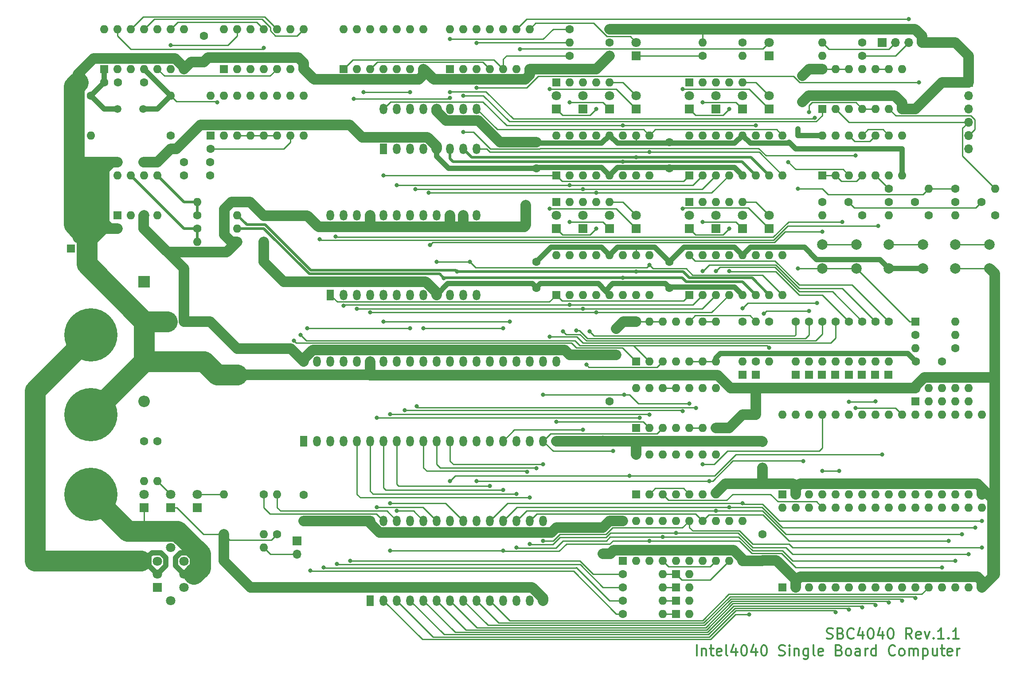
<source format=gbr>
%TF.GenerationSoftware,KiCad,Pcbnew,7.0.7*%
%TF.CreationDate,2024-02-22T14:53:51+09:00*%
%TF.ProjectId,SBC4040,53424334-3034-4302-9e6b-696361645f70,rev?*%
%TF.SameCoordinates,Original*%
%TF.FileFunction,Copper,L1,Top*%
%TF.FilePolarity,Positive*%
%FSLAX46Y46*%
G04 Gerber Fmt 4.6, Leading zero omitted, Abs format (unit mm)*
G04 Created by KiCad (PCBNEW 7.0.7) date 2024-02-22 14:53:51*
%MOMM*%
%LPD*%
G01*
G04 APERTURE LIST*
%ADD10C,0.300000*%
%TA.AperFunction,NonConductor*%
%ADD11C,0.300000*%
%TD*%
%TA.AperFunction,ComponentPad*%
%ADD12C,1.600000*%
%TD*%
%TA.AperFunction,ComponentPad*%
%ADD13O,1.600000X1.600000*%
%TD*%
%TA.AperFunction,ComponentPad*%
%ADD14R,1.600000X1.600000*%
%TD*%
%TA.AperFunction,ComponentPad*%
%ADD15R,1.800000X1.800000*%
%TD*%
%TA.AperFunction,ComponentPad*%
%ADD16C,1.800000*%
%TD*%
%TA.AperFunction,ComponentPad*%
%ADD17C,10.160000*%
%TD*%
%TA.AperFunction,ComponentPad*%
%ADD18R,1.440000X2.000000*%
%TD*%
%TA.AperFunction,ComponentPad*%
%ADD19O,1.440000X2.000000*%
%TD*%
%TA.AperFunction,ComponentPad*%
%ADD20R,2.200000X2.200000*%
%TD*%
%TA.AperFunction,ComponentPad*%
%ADD21O,2.200000X2.200000*%
%TD*%
%TA.AperFunction,ComponentPad*%
%ADD22C,1.500000*%
%TD*%
%TA.AperFunction,ComponentPad*%
%ADD23R,1.700000X1.700000*%
%TD*%
%TA.AperFunction,ComponentPad*%
%ADD24O,1.700000X1.700000*%
%TD*%
%TA.AperFunction,ComponentPad*%
%ADD25C,2.000000*%
%TD*%
%TA.AperFunction,ViaPad*%
%ADD26C,0.800000*%
%TD*%
%TA.AperFunction,Conductor*%
%ADD27C,1.000000*%
%TD*%
%TA.AperFunction,Conductor*%
%ADD28C,2.000000*%
%TD*%
%TA.AperFunction,Conductor*%
%ADD29C,0.250000*%
%TD*%
%TA.AperFunction,Conductor*%
%ADD30C,4.000000*%
%TD*%
%TA.AperFunction,Conductor*%
%ADD31C,0.500000*%
%TD*%
G04 APERTURE END LIST*
D10*
D11*
X153253582Y-121519400D02*
X153539296Y-121614638D01*
X153539296Y-121614638D02*
X154015487Y-121614638D01*
X154015487Y-121614638D02*
X154205963Y-121519400D01*
X154205963Y-121519400D02*
X154301201Y-121424161D01*
X154301201Y-121424161D02*
X154396439Y-121233685D01*
X154396439Y-121233685D02*
X154396439Y-121043209D01*
X154396439Y-121043209D02*
X154301201Y-120852733D01*
X154301201Y-120852733D02*
X154205963Y-120757495D01*
X154205963Y-120757495D02*
X154015487Y-120662257D01*
X154015487Y-120662257D02*
X153634534Y-120567019D01*
X153634534Y-120567019D02*
X153444058Y-120471780D01*
X153444058Y-120471780D02*
X153348820Y-120376542D01*
X153348820Y-120376542D02*
X153253582Y-120186066D01*
X153253582Y-120186066D02*
X153253582Y-119995590D01*
X153253582Y-119995590D02*
X153348820Y-119805114D01*
X153348820Y-119805114D02*
X153444058Y-119709876D01*
X153444058Y-119709876D02*
X153634534Y-119614638D01*
X153634534Y-119614638D02*
X154110725Y-119614638D01*
X154110725Y-119614638D02*
X154396439Y-119709876D01*
X155920249Y-120567019D02*
X156205963Y-120662257D01*
X156205963Y-120662257D02*
X156301201Y-120757495D01*
X156301201Y-120757495D02*
X156396439Y-120947971D01*
X156396439Y-120947971D02*
X156396439Y-121233685D01*
X156396439Y-121233685D02*
X156301201Y-121424161D01*
X156301201Y-121424161D02*
X156205963Y-121519400D01*
X156205963Y-121519400D02*
X156015487Y-121614638D01*
X156015487Y-121614638D02*
X155253582Y-121614638D01*
X155253582Y-121614638D02*
X155253582Y-119614638D01*
X155253582Y-119614638D02*
X155920249Y-119614638D01*
X155920249Y-119614638D02*
X156110725Y-119709876D01*
X156110725Y-119709876D02*
X156205963Y-119805114D01*
X156205963Y-119805114D02*
X156301201Y-119995590D01*
X156301201Y-119995590D02*
X156301201Y-120186066D01*
X156301201Y-120186066D02*
X156205963Y-120376542D01*
X156205963Y-120376542D02*
X156110725Y-120471780D01*
X156110725Y-120471780D02*
X155920249Y-120567019D01*
X155920249Y-120567019D02*
X155253582Y-120567019D01*
X158396439Y-121424161D02*
X158301201Y-121519400D01*
X158301201Y-121519400D02*
X158015487Y-121614638D01*
X158015487Y-121614638D02*
X157825011Y-121614638D01*
X157825011Y-121614638D02*
X157539296Y-121519400D01*
X157539296Y-121519400D02*
X157348820Y-121328923D01*
X157348820Y-121328923D02*
X157253582Y-121138447D01*
X157253582Y-121138447D02*
X157158344Y-120757495D01*
X157158344Y-120757495D02*
X157158344Y-120471780D01*
X157158344Y-120471780D02*
X157253582Y-120090828D01*
X157253582Y-120090828D02*
X157348820Y-119900352D01*
X157348820Y-119900352D02*
X157539296Y-119709876D01*
X157539296Y-119709876D02*
X157825011Y-119614638D01*
X157825011Y-119614638D02*
X158015487Y-119614638D01*
X158015487Y-119614638D02*
X158301201Y-119709876D01*
X158301201Y-119709876D02*
X158396439Y-119805114D01*
X160110725Y-120281304D02*
X160110725Y-121614638D01*
X159634534Y-119519400D02*
X159158344Y-120947971D01*
X159158344Y-120947971D02*
X160396439Y-120947971D01*
X161539296Y-119614638D02*
X161729773Y-119614638D01*
X161729773Y-119614638D02*
X161920249Y-119709876D01*
X161920249Y-119709876D02*
X162015487Y-119805114D01*
X162015487Y-119805114D02*
X162110725Y-119995590D01*
X162110725Y-119995590D02*
X162205963Y-120376542D01*
X162205963Y-120376542D02*
X162205963Y-120852733D01*
X162205963Y-120852733D02*
X162110725Y-121233685D01*
X162110725Y-121233685D02*
X162015487Y-121424161D01*
X162015487Y-121424161D02*
X161920249Y-121519400D01*
X161920249Y-121519400D02*
X161729773Y-121614638D01*
X161729773Y-121614638D02*
X161539296Y-121614638D01*
X161539296Y-121614638D02*
X161348820Y-121519400D01*
X161348820Y-121519400D02*
X161253582Y-121424161D01*
X161253582Y-121424161D02*
X161158344Y-121233685D01*
X161158344Y-121233685D02*
X161063106Y-120852733D01*
X161063106Y-120852733D02*
X161063106Y-120376542D01*
X161063106Y-120376542D02*
X161158344Y-119995590D01*
X161158344Y-119995590D02*
X161253582Y-119805114D01*
X161253582Y-119805114D02*
X161348820Y-119709876D01*
X161348820Y-119709876D02*
X161539296Y-119614638D01*
X163920249Y-120281304D02*
X163920249Y-121614638D01*
X163444058Y-119519400D02*
X162967868Y-120947971D01*
X162967868Y-120947971D02*
X164205963Y-120947971D01*
X165348820Y-119614638D02*
X165539297Y-119614638D01*
X165539297Y-119614638D02*
X165729773Y-119709876D01*
X165729773Y-119709876D02*
X165825011Y-119805114D01*
X165825011Y-119805114D02*
X165920249Y-119995590D01*
X165920249Y-119995590D02*
X166015487Y-120376542D01*
X166015487Y-120376542D02*
X166015487Y-120852733D01*
X166015487Y-120852733D02*
X165920249Y-121233685D01*
X165920249Y-121233685D02*
X165825011Y-121424161D01*
X165825011Y-121424161D02*
X165729773Y-121519400D01*
X165729773Y-121519400D02*
X165539297Y-121614638D01*
X165539297Y-121614638D02*
X165348820Y-121614638D01*
X165348820Y-121614638D02*
X165158344Y-121519400D01*
X165158344Y-121519400D02*
X165063106Y-121424161D01*
X165063106Y-121424161D02*
X164967868Y-121233685D01*
X164967868Y-121233685D02*
X164872630Y-120852733D01*
X164872630Y-120852733D02*
X164872630Y-120376542D01*
X164872630Y-120376542D02*
X164967868Y-119995590D01*
X164967868Y-119995590D02*
X165063106Y-119805114D01*
X165063106Y-119805114D02*
X165158344Y-119709876D01*
X165158344Y-119709876D02*
X165348820Y-119614638D01*
X169539297Y-121614638D02*
X168872630Y-120662257D01*
X168396440Y-121614638D02*
X168396440Y-119614638D01*
X168396440Y-119614638D02*
X169158345Y-119614638D01*
X169158345Y-119614638D02*
X169348821Y-119709876D01*
X169348821Y-119709876D02*
X169444059Y-119805114D01*
X169444059Y-119805114D02*
X169539297Y-119995590D01*
X169539297Y-119995590D02*
X169539297Y-120281304D01*
X169539297Y-120281304D02*
X169444059Y-120471780D01*
X169444059Y-120471780D02*
X169348821Y-120567019D01*
X169348821Y-120567019D02*
X169158345Y-120662257D01*
X169158345Y-120662257D02*
X168396440Y-120662257D01*
X171158345Y-121519400D02*
X170967869Y-121614638D01*
X170967869Y-121614638D02*
X170586916Y-121614638D01*
X170586916Y-121614638D02*
X170396440Y-121519400D01*
X170396440Y-121519400D02*
X170301202Y-121328923D01*
X170301202Y-121328923D02*
X170301202Y-120567019D01*
X170301202Y-120567019D02*
X170396440Y-120376542D01*
X170396440Y-120376542D02*
X170586916Y-120281304D01*
X170586916Y-120281304D02*
X170967869Y-120281304D01*
X170967869Y-120281304D02*
X171158345Y-120376542D01*
X171158345Y-120376542D02*
X171253583Y-120567019D01*
X171253583Y-120567019D02*
X171253583Y-120757495D01*
X171253583Y-120757495D02*
X170301202Y-120947971D01*
X171920250Y-120281304D02*
X172396440Y-121614638D01*
X172396440Y-121614638D02*
X172872631Y-120281304D01*
X173634536Y-121424161D02*
X173729774Y-121519400D01*
X173729774Y-121519400D02*
X173634536Y-121614638D01*
X173634536Y-121614638D02*
X173539298Y-121519400D01*
X173539298Y-121519400D02*
X173634536Y-121424161D01*
X173634536Y-121424161D02*
X173634536Y-121614638D01*
X175634536Y-121614638D02*
X174491679Y-121614638D01*
X175063107Y-121614638D02*
X175063107Y-119614638D01*
X175063107Y-119614638D02*
X174872631Y-119900352D01*
X174872631Y-119900352D02*
X174682155Y-120090828D01*
X174682155Y-120090828D02*
X174491679Y-120186066D01*
X176491679Y-121424161D02*
X176586917Y-121519400D01*
X176586917Y-121519400D02*
X176491679Y-121614638D01*
X176491679Y-121614638D02*
X176396441Y-121519400D01*
X176396441Y-121519400D02*
X176491679Y-121424161D01*
X176491679Y-121424161D02*
X176491679Y-121614638D01*
X178491679Y-121614638D02*
X177348822Y-121614638D01*
X177920250Y-121614638D02*
X177920250Y-119614638D01*
X177920250Y-119614638D02*
X177729774Y-119900352D01*
X177729774Y-119900352D02*
X177539298Y-120090828D01*
X177539298Y-120090828D02*
X177348822Y-120186066D01*
X128396437Y-124834638D02*
X128396437Y-122834638D01*
X129348818Y-123501304D02*
X129348818Y-124834638D01*
X129348818Y-123691780D02*
X129444056Y-123596542D01*
X129444056Y-123596542D02*
X129634532Y-123501304D01*
X129634532Y-123501304D02*
X129920247Y-123501304D01*
X129920247Y-123501304D02*
X130110723Y-123596542D01*
X130110723Y-123596542D02*
X130205961Y-123787019D01*
X130205961Y-123787019D02*
X130205961Y-124834638D01*
X130872628Y-123501304D02*
X131634532Y-123501304D01*
X131158342Y-122834638D02*
X131158342Y-124548923D01*
X131158342Y-124548923D02*
X131253580Y-124739400D01*
X131253580Y-124739400D02*
X131444056Y-124834638D01*
X131444056Y-124834638D02*
X131634532Y-124834638D01*
X133063104Y-124739400D02*
X132872628Y-124834638D01*
X132872628Y-124834638D02*
X132491675Y-124834638D01*
X132491675Y-124834638D02*
X132301199Y-124739400D01*
X132301199Y-124739400D02*
X132205961Y-124548923D01*
X132205961Y-124548923D02*
X132205961Y-123787019D01*
X132205961Y-123787019D02*
X132301199Y-123596542D01*
X132301199Y-123596542D02*
X132491675Y-123501304D01*
X132491675Y-123501304D02*
X132872628Y-123501304D01*
X132872628Y-123501304D02*
X133063104Y-123596542D01*
X133063104Y-123596542D02*
X133158342Y-123787019D01*
X133158342Y-123787019D02*
X133158342Y-123977495D01*
X133158342Y-123977495D02*
X132205961Y-124167971D01*
X134301199Y-124834638D02*
X134110723Y-124739400D01*
X134110723Y-124739400D02*
X134015485Y-124548923D01*
X134015485Y-124548923D02*
X134015485Y-122834638D01*
X135920247Y-123501304D02*
X135920247Y-124834638D01*
X135444056Y-122739400D02*
X134967866Y-124167971D01*
X134967866Y-124167971D02*
X136205961Y-124167971D01*
X137348818Y-122834638D02*
X137539295Y-122834638D01*
X137539295Y-122834638D02*
X137729771Y-122929876D01*
X137729771Y-122929876D02*
X137825009Y-123025114D01*
X137825009Y-123025114D02*
X137920247Y-123215590D01*
X137920247Y-123215590D02*
X138015485Y-123596542D01*
X138015485Y-123596542D02*
X138015485Y-124072733D01*
X138015485Y-124072733D02*
X137920247Y-124453685D01*
X137920247Y-124453685D02*
X137825009Y-124644161D01*
X137825009Y-124644161D02*
X137729771Y-124739400D01*
X137729771Y-124739400D02*
X137539295Y-124834638D01*
X137539295Y-124834638D02*
X137348818Y-124834638D01*
X137348818Y-124834638D02*
X137158342Y-124739400D01*
X137158342Y-124739400D02*
X137063104Y-124644161D01*
X137063104Y-124644161D02*
X136967866Y-124453685D01*
X136967866Y-124453685D02*
X136872628Y-124072733D01*
X136872628Y-124072733D02*
X136872628Y-123596542D01*
X136872628Y-123596542D02*
X136967866Y-123215590D01*
X136967866Y-123215590D02*
X137063104Y-123025114D01*
X137063104Y-123025114D02*
X137158342Y-122929876D01*
X137158342Y-122929876D02*
X137348818Y-122834638D01*
X139729771Y-123501304D02*
X139729771Y-124834638D01*
X139253580Y-122739400D02*
X138777390Y-124167971D01*
X138777390Y-124167971D02*
X140015485Y-124167971D01*
X141158342Y-122834638D02*
X141348819Y-122834638D01*
X141348819Y-122834638D02*
X141539295Y-122929876D01*
X141539295Y-122929876D02*
X141634533Y-123025114D01*
X141634533Y-123025114D02*
X141729771Y-123215590D01*
X141729771Y-123215590D02*
X141825009Y-123596542D01*
X141825009Y-123596542D02*
X141825009Y-124072733D01*
X141825009Y-124072733D02*
X141729771Y-124453685D01*
X141729771Y-124453685D02*
X141634533Y-124644161D01*
X141634533Y-124644161D02*
X141539295Y-124739400D01*
X141539295Y-124739400D02*
X141348819Y-124834638D01*
X141348819Y-124834638D02*
X141158342Y-124834638D01*
X141158342Y-124834638D02*
X140967866Y-124739400D01*
X140967866Y-124739400D02*
X140872628Y-124644161D01*
X140872628Y-124644161D02*
X140777390Y-124453685D01*
X140777390Y-124453685D02*
X140682152Y-124072733D01*
X140682152Y-124072733D02*
X140682152Y-123596542D01*
X140682152Y-123596542D02*
X140777390Y-123215590D01*
X140777390Y-123215590D02*
X140872628Y-123025114D01*
X140872628Y-123025114D02*
X140967866Y-122929876D01*
X140967866Y-122929876D02*
X141158342Y-122834638D01*
X144110724Y-124739400D02*
X144396438Y-124834638D01*
X144396438Y-124834638D02*
X144872629Y-124834638D01*
X144872629Y-124834638D02*
X145063105Y-124739400D01*
X145063105Y-124739400D02*
X145158343Y-124644161D01*
X145158343Y-124644161D02*
X145253581Y-124453685D01*
X145253581Y-124453685D02*
X145253581Y-124263209D01*
X145253581Y-124263209D02*
X145158343Y-124072733D01*
X145158343Y-124072733D02*
X145063105Y-123977495D01*
X145063105Y-123977495D02*
X144872629Y-123882257D01*
X144872629Y-123882257D02*
X144491676Y-123787019D01*
X144491676Y-123787019D02*
X144301200Y-123691780D01*
X144301200Y-123691780D02*
X144205962Y-123596542D01*
X144205962Y-123596542D02*
X144110724Y-123406066D01*
X144110724Y-123406066D02*
X144110724Y-123215590D01*
X144110724Y-123215590D02*
X144205962Y-123025114D01*
X144205962Y-123025114D02*
X144301200Y-122929876D01*
X144301200Y-122929876D02*
X144491676Y-122834638D01*
X144491676Y-122834638D02*
X144967867Y-122834638D01*
X144967867Y-122834638D02*
X145253581Y-122929876D01*
X146110724Y-124834638D02*
X146110724Y-123501304D01*
X146110724Y-122834638D02*
X146015486Y-122929876D01*
X146015486Y-122929876D02*
X146110724Y-123025114D01*
X146110724Y-123025114D02*
X146205962Y-122929876D01*
X146205962Y-122929876D02*
X146110724Y-122834638D01*
X146110724Y-122834638D02*
X146110724Y-123025114D01*
X147063105Y-123501304D02*
X147063105Y-124834638D01*
X147063105Y-123691780D02*
X147158343Y-123596542D01*
X147158343Y-123596542D02*
X147348819Y-123501304D01*
X147348819Y-123501304D02*
X147634534Y-123501304D01*
X147634534Y-123501304D02*
X147825010Y-123596542D01*
X147825010Y-123596542D02*
X147920248Y-123787019D01*
X147920248Y-123787019D02*
X147920248Y-124834638D01*
X149729772Y-123501304D02*
X149729772Y-125120352D01*
X149729772Y-125120352D02*
X149634534Y-125310828D01*
X149634534Y-125310828D02*
X149539296Y-125406066D01*
X149539296Y-125406066D02*
X149348819Y-125501304D01*
X149348819Y-125501304D02*
X149063105Y-125501304D01*
X149063105Y-125501304D02*
X148872629Y-125406066D01*
X149729772Y-124739400D02*
X149539296Y-124834638D01*
X149539296Y-124834638D02*
X149158343Y-124834638D01*
X149158343Y-124834638D02*
X148967867Y-124739400D01*
X148967867Y-124739400D02*
X148872629Y-124644161D01*
X148872629Y-124644161D02*
X148777391Y-124453685D01*
X148777391Y-124453685D02*
X148777391Y-123882257D01*
X148777391Y-123882257D02*
X148872629Y-123691780D01*
X148872629Y-123691780D02*
X148967867Y-123596542D01*
X148967867Y-123596542D02*
X149158343Y-123501304D01*
X149158343Y-123501304D02*
X149539296Y-123501304D01*
X149539296Y-123501304D02*
X149729772Y-123596542D01*
X150967867Y-124834638D02*
X150777391Y-124739400D01*
X150777391Y-124739400D02*
X150682153Y-124548923D01*
X150682153Y-124548923D02*
X150682153Y-122834638D01*
X152491677Y-124739400D02*
X152301201Y-124834638D01*
X152301201Y-124834638D02*
X151920248Y-124834638D01*
X151920248Y-124834638D02*
X151729772Y-124739400D01*
X151729772Y-124739400D02*
X151634534Y-124548923D01*
X151634534Y-124548923D02*
X151634534Y-123787019D01*
X151634534Y-123787019D02*
X151729772Y-123596542D01*
X151729772Y-123596542D02*
X151920248Y-123501304D01*
X151920248Y-123501304D02*
X152301201Y-123501304D01*
X152301201Y-123501304D02*
X152491677Y-123596542D01*
X152491677Y-123596542D02*
X152586915Y-123787019D01*
X152586915Y-123787019D02*
X152586915Y-123977495D01*
X152586915Y-123977495D02*
X151634534Y-124167971D01*
X155634535Y-123787019D02*
X155920249Y-123882257D01*
X155920249Y-123882257D02*
X156015487Y-123977495D01*
X156015487Y-123977495D02*
X156110725Y-124167971D01*
X156110725Y-124167971D02*
X156110725Y-124453685D01*
X156110725Y-124453685D02*
X156015487Y-124644161D01*
X156015487Y-124644161D02*
X155920249Y-124739400D01*
X155920249Y-124739400D02*
X155729773Y-124834638D01*
X155729773Y-124834638D02*
X154967868Y-124834638D01*
X154967868Y-124834638D02*
X154967868Y-122834638D01*
X154967868Y-122834638D02*
X155634535Y-122834638D01*
X155634535Y-122834638D02*
X155825011Y-122929876D01*
X155825011Y-122929876D02*
X155920249Y-123025114D01*
X155920249Y-123025114D02*
X156015487Y-123215590D01*
X156015487Y-123215590D02*
X156015487Y-123406066D01*
X156015487Y-123406066D02*
X155920249Y-123596542D01*
X155920249Y-123596542D02*
X155825011Y-123691780D01*
X155825011Y-123691780D02*
X155634535Y-123787019D01*
X155634535Y-123787019D02*
X154967868Y-123787019D01*
X157253582Y-124834638D02*
X157063106Y-124739400D01*
X157063106Y-124739400D02*
X156967868Y-124644161D01*
X156967868Y-124644161D02*
X156872630Y-124453685D01*
X156872630Y-124453685D02*
X156872630Y-123882257D01*
X156872630Y-123882257D02*
X156967868Y-123691780D01*
X156967868Y-123691780D02*
X157063106Y-123596542D01*
X157063106Y-123596542D02*
X157253582Y-123501304D01*
X157253582Y-123501304D02*
X157539297Y-123501304D01*
X157539297Y-123501304D02*
X157729773Y-123596542D01*
X157729773Y-123596542D02*
X157825011Y-123691780D01*
X157825011Y-123691780D02*
X157920249Y-123882257D01*
X157920249Y-123882257D02*
X157920249Y-124453685D01*
X157920249Y-124453685D02*
X157825011Y-124644161D01*
X157825011Y-124644161D02*
X157729773Y-124739400D01*
X157729773Y-124739400D02*
X157539297Y-124834638D01*
X157539297Y-124834638D02*
X157253582Y-124834638D01*
X159634535Y-124834638D02*
X159634535Y-123787019D01*
X159634535Y-123787019D02*
X159539297Y-123596542D01*
X159539297Y-123596542D02*
X159348821Y-123501304D01*
X159348821Y-123501304D02*
X158967868Y-123501304D01*
X158967868Y-123501304D02*
X158777392Y-123596542D01*
X159634535Y-124739400D02*
X159444059Y-124834638D01*
X159444059Y-124834638D02*
X158967868Y-124834638D01*
X158967868Y-124834638D02*
X158777392Y-124739400D01*
X158777392Y-124739400D02*
X158682154Y-124548923D01*
X158682154Y-124548923D02*
X158682154Y-124358447D01*
X158682154Y-124358447D02*
X158777392Y-124167971D01*
X158777392Y-124167971D02*
X158967868Y-124072733D01*
X158967868Y-124072733D02*
X159444059Y-124072733D01*
X159444059Y-124072733D02*
X159634535Y-123977495D01*
X160586916Y-124834638D02*
X160586916Y-123501304D01*
X160586916Y-123882257D02*
X160682154Y-123691780D01*
X160682154Y-123691780D02*
X160777392Y-123596542D01*
X160777392Y-123596542D02*
X160967868Y-123501304D01*
X160967868Y-123501304D02*
X161158345Y-123501304D01*
X162682154Y-124834638D02*
X162682154Y-122834638D01*
X162682154Y-124739400D02*
X162491678Y-124834638D01*
X162491678Y-124834638D02*
X162110725Y-124834638D01*
X162110725Y-124834638D02*
X161920249Y-124739400D01*
X161920249Y-124739400D02*
X161825011Y-124644161D01*
X161825011Y-124644161D02*
X161729773Y-124453685D01*
X161729773Y-124453685D02*
X161729773Y-123882257D01*
X161729773Y-123882257D02*
X161825011Y-123691780D01*
X161825011Y-123691780D02*
X161920249Y-123596542D01*
X161920249Y-123596542D02*
X162110725Y-123501304D01*
X162110725Y-123501304D02*
X162491678Y-123501304D01*
X162491678Y-123501304D02*
X162682154Y-123596542D01*
X166301202Y-124644161D02*
X166205964Y-124739400D01*
X166205964Y-124739400D02*
X165920250Y-124834638D01*
X165920250Y-124834638D02*
X165729774Y-124834638D01*
X165729774Y-124834638D02*
X165444059Y-124739400D01*
X165444059Y-124739400D02*
X165253583Y-124548923D01*
X165253583Y-124548923D02*
X165158345Y-124358447D01*
X165158345Y-124358447D02*
X165063107Y-123977495D01*
X165063107Y-123977495D02*
X165063107Y-123691780D01*
X165063107Y-123691780D02*
X165158345Y-123310828D01*
X165158345Y-123310828D02*
X165253583Y-123120352D01*
X165253583Y-123120352D02*
X165444059Y-122929876D01*
X165444059Y-122929876D02*
X165729774Y-122834638D01*
X165729774Y-122834638D02*
X165920250Y-122834638D01*
X165920250Y-122834638D02*
X166205964Y-122929876D01*
X166205964Y-122929876D02*
X166301202Y-123025114D01*
X167444059Y-124834638D02*
X167253583Y-124739400D01*
X167253583Y-124739400D02*
X167158345Y-124644161D01*
X167158345Y-124644161D02*
X167063107Y-124453685D01*
X167063107Y-124453685D02*
X167063107Y-123882257D01*
X167063107Y-123882257D02*
X167158345Y-123691780D01*
X167158345Y-123691780D02*
X167253583Y-123596542D01*
X167253583Y-123596542D02*
X167444059Y-123501304D01*
X167444059Y-123501304D02*
X167729774Y-123501304D01*
X167729774Y-123501304D02*
X167920250Y-123596542D01*
X167920250Y-123596542D02*
X168015488Y-123691780D01*
X168015488Y-123691780D02*
X168110726Y-123882257D01*
X168110726Y-123882257D02*
X168110726Y-124453685D01*
X168110726Y-124453685D02*
X168015488Y-124644161D01*
X168015488Y-124644161D02*
X167920250Y-124739400D01*
X167920250Y-124739400D02*
X167729774Y-124834638D01*
X167729774Y-124834638D02*
X167444059Y-124834638D01*
X168967869Y-124834638D02*
X168967869Y-123501304D01*
X168967869Y-123691780D02*
X169063107Y-123596542D01*
X169063107Y-123596542D02*
X169253583Y-123501304D01*
X169253583Y-123501304D02*
X169539298Y-123501304D01*
X169539298Y-123501304D02*
X169729774Y-123596542D01*
X169729774Y-123596542D02*
X169825012Y-123787019D01*
X169825012Y-123787019D02*
X169825012Y-124834638D01*
X169825012Y-123787019D02*
X169920250Y-123596542D01*
X169920250Y-123596542D02*
X170110726Y-123501304D01*
X170110726Y-123501304D02*
X170396440Y-123501304D01*
X170396440Y-123501304D02*
X170586917Y-123596542D01*
X170586917Y-123596542D02*
X170682155Y-123787019D01*
X170682155Y-123787019D02*
X170682155Y-124834638D01*
X171634536Y-123501304D02*
X171634536Y-125501304D01*
X171634536Y-123596542D02*
X171825012Y-123501304D01*
X171825012Y-123501304D02*
X172205965Y-123501304D01*
X172205965Y-123501304D02*
X172396441Y-123596542D01*
X172396441Y-123596542D02*
X172491679Y-123691780D01*
X172491679Y-123691780D02*
X172586917Y-123882257D01*
X172586917Y-123882257D02*
X172586917Y-124453685D01*
X172586917Y-124453685D02*
X172491679Y-124644161D01*
X172491679Y-124644161D02*
X172396441Y-124739400D01*
X172396441Y-124739400D02*
X172205965Y-124834638D01*
X172205965Y-124834638D02*
X171825012Y-124834638D01*
X171825012Y-124834638D02*
X171634536Y-124739400D01*
X174301203Y-123501304D02*
X174301203Y-124834638D01*
X173444060Y-123501304D02*
X173444060Y-124548923D01*
X173444060Y-124548923D02*
X173539298Y-124739400D01*
X173539298Y-124739400D02*
X173729774Y-124834638D01*
X173729774Y-124834638D02*
X174015489Y-124834638D01*
X174015489Y-124834638D02*
X174205965Y-124739400D01*
X174205965Y-124739400D02*
X174301203Y-124644161D01*
X174967870Y-123501304D02*
X175729774Y-123501304D01*
X175253584Y-122834638D02*
X175253584Y-124548923D01*
X175253584Y-124548923D02*
X175348822Y-124739400D01*
X175348822Y-124739400D02*
X175539298Y-124834638D01*
X175539298Y-124834638D02*
X175729774Y-124834638D01*
X177158346Y-124739400D02*
X176967870Y-124834638D01*
X176967870Y-124834638D02*
X176586917Y-124834638D01*
X176586917Y-124834638D02*
X176396441Y-124739400D01*
X176396441Y-124739400D02*
X176301203Y-124548923D01*
X176301203Y-124548923D02*
X176301203Y-123787019D01*
X176301203Y-123787019D02*
X176396441Y-123596542D01*
X176396441Y-123596542D02*
X176586917Y-123501304D01*
X176586917Y-123501304D02*
X176967870Y-123501304D01*
X176967870Y-123501304D02*
X177158346Y-123596542D01*
X177158346Y-123596542D02*
X177253584Y-123787019D01*
X177253584Y-123787019D02*
X177253584Y-123977495D01*
X177253584Y-123977495D02*
X176301203Y-124167971D01*
X178110727Y-124834638D02*
X178110727Y-123501304D01*
X178110727Y-123882257D02*
X178205965Y-123691780D01*
X178205965Y-123691780D02*
X178301203Y-123596542D01*
X178301203Y-123596542D02*
X178491679Y-123501304D01*
X178491679Y-123501304D02*
X178682156Y-123501304D01*
D12*
%TO.P,R21,1*%
%TO.N,Net-(C12-Pad2)*%
X27940000Y-25400000D03*
D13*
%TO.P,R21,2*%
%TO.N,Net-(R21-Pad2)*%
X27940000Y-17780000D03*
%TD*%
D12*
%TO.P,R15,1*%
%TO.N,STPA*%
X160020000Y-10160000D03*
D13*
%TO.P,R15,2*%
%TO.N,GND*%
X152400000Y-10160000D03*
%TD*%
D14*
%TO.P,U15,1,~{CLEAR}*%
%TO.N,Net-(U15-EP)*%
X35560000Y-25400000D03*
D13*
%TO.P,U15,2,CLOCK*%
%TO.N,Net-(U15-CLOCK)*%
X38100000Y-25400000D03*
%TO.P,U15,3,A*%
%TO.N,GND*%
X40640000Y-25400000D03*
%TO.P,U15,4,B*%
X43180000Y-25400000D03*
%TO.P,U15,5,C*%
X45720000Y-25400000D03*
%TO.P,U15,6,D*%
X48260000Y-25400000D03*
%TO.P,U15,7,EP*%
%TO.N,Net-(U15-EP)*%
X50800000Y-25400000D03*
%TO.P,U15,8,GND*%
%TO.N,GND*%
X53340000Y-25400000D03*
%TO.P,U15,9,LOAD*%
%TO.N,Net-(U15-LOAD)*%
X53340000Y-17780000D03*
%TO.P,U15,10,ET*%
%TO.N,Net-(U15-EP)*%
X50800000Y-17780000D03*
%TO.P,U15,11,QD*%
%TO.N,unconnected-(U15-QD-Pad11)*%
X48260000Y-17780000D03*
%TO.P,U15,12,QC*%
%TO.N,Net-(U15-QC)*%
X45720000Y-17780000D03*
%TO.P,U15,13,QB*%
%TO.N,Net-(U15-QB)*%
X43180000Y-17780000D03*
%TO.P,U15,14,QA*%
%TO.N,unconnected-(U15-QA-Pad14)*%
X40640000Y-17780000D03*
%TO.P,U15,15,COUT*%
%TO.N,unconnected-(U15-COUT-Pad15)*%
X38100000Y-17780000D03*
%TO.P,U15,16,VCC*%
%TO.N,+5V*%
X35560000Y-17780000D03*
%TD*%
D14*
%TO.P,C26,1*%
%TO.N,GND*%
X27940000Y-60960000D03*
D12*
%TO.P,C26,2*%
%TO.N,-10V*%
X30440000Y-60960000D03*
%TD*%
D14*
%TO.P,U3,1*%
%TO.N,Net-(C1-Pad1)*%
X81280000Y-12700000D03*
D13*
%TO.P,U3,2*%
%TO.N,Net-(U1-Pad1)*%
X83820000Y-12700000D03*
%TO.P,U3,3*%
%TO.N,Net-(C6-Pad1)*%
X86360000Y-12700000D03*
%TO.P,U3,4*%
%TO.N,Net-(U11A-C)*%
X88900000Y-12700000D03*
%TO.P,U3,5*%
%TO.N,INTA*%
X91440000Y-12700000D03*
%TO.P,U3,6*%
%TO.N,Net-(D19-A)*%
X93980000Y-12700000D03*
%TO.P,U3,7,GND*%
%TO.N,GND*%
X96520000Y-12700000D03*
%TO.P,U3,8*%
%TO.N,Net-(D20-A)*%
X96520000Y-5080000D03*
%TO.P,U3,9*%
%TO.N,STPA*%
X93980000Y-5080000D03*
%TO.P,U3,10*%
%TO.N,unconnected-(U3-Pad10)*%
X91440000Y-5080000D03*
%TO.P,U3,11*%
%TO.N,+5V*%
X88900000Y-5080000D03*
%TO.P,U3,12*%
%TO.N,unconnected-(U3-Pad12)*%
X86360000Y-5080000D03*
%TO.P,U3,13*%
%TO.N,+5V*%
X83820000Y-5080000D03*
%TO.P,U3,14,VCC*%
X81280000Y-5080000D03*
%TD*%
D12*
%TO.P,R1,1*%
%TO.N,Net-(D1-K)*%
X139700000Y-68580000D03*
D13*
%TO.P,R1,2*%
%TO.N,Net-(R1-Pad2)*%
X139700000Y-60960000D03*
%TD*%
D15*
%TO.P,D10,1,K*%
%TO.N,Net-(D10-K)*%
X142240000Y-20320000D03*
D16*
%TO.P,D10,2,A*%
%TO.N,Net-(D10-A)*%
X142240000Y-17780000D03*
%TD*%
D12*
%TO.P,R29,1*%
%TO.N,BANK2*%
X160020000Y-60960000D03*
D13*
%TO.P,R29,2*%
%TO.N,A10*%
X160020000Y-68580000D03*
%TD*%
D14*
%TO.P,U12,1*%
%TO.N,Net-(C13-Pad1)*%
X15240000Y-12700000D03*
D13*
%TO.P,U12,2*%
%TO.N,Net-(C12-Pad1)*%
X17780000Y-12700000D03*
%TO.P,U12,3*%
%TO.N,Net-(C12-Pad2)*%
X20320000Y-12700000D03*
%TO.P,U12,4*%
%TO.N,Net-(R21-Pad2)*%
X22860000Y-12700000D03*
%TO.P,U12,5*%
%TO.N,Net-(U15-QC)*%
X25400000Y-12700000D03*
%TO.P,U12,6*%
%TO.N,Net-(U12-Pad6)*%
X27940000Y-12700000D03*
%TO.P,U12,7,GND*%
%TO.N,GND*%
X30480000Y-12700000D03*
%TO.P,U12,8*%
%TO.N,Net-(C9-Pad1)*%
X30480000Y-5080000D03*
%TO.P,U12,9*%
%TO.N,Net-(U12-Pad9)*%
X27940000Y-5080000D03*
%TO.P,U12,10*%
%TO.N,Net-(C10-Pad1)*%
X25400000Y-5080000D03*
%TO.P,U12,11*%
%TO.N,Net-(U12-Pad11)*%
X22860000Y-5080000D03*
%TO.P,U12,12*%
%TO.N,Net-(U12-Pad12)*%
X20320000Y-5080000D03*
%TO.P,U12,13*%
%TO.N,Net-(U15-QB)*%
X17780000Y-5080000D03*
%TO.P,U12,14,VCC*%
%TO.N,+5V*%
X15240000Y-5080000D03*
%TD*%
D15*
%TO.P,D38,1,K*%
%TO.N,-10V*%
X33020000Y-96520000D03*
D16*
%TO.P,D38,2,A*%
%TO.N,Net-(D38-A)*%
X33020000Y-93980000D03*
%TD*%
D12*
%TO.P,R11,1*%
%TO.N,Net-(R11-Pad1)*%
X185420000Y-40640000D03*
D13*
%TO.P,R11,2*%
%TO.N,Net-(C6-Pad1)*%
X177800000Y-40640000D03*
%TD*%
D12*
%TO.P,C21,1*%
%TO.N,+5V*%
X53340000Y-99060000D03*
%TO.P,C21,2*%
%TO.N,GND*%
X53340000Y-94060000D03*
%TD*%
%TO.P,R33,1*%
%TO.N,GND*%
X48260000Y-101600000D03*
D13*
%TO.P,R33,2*%
%TO.N,ROM_P26*%
X48260000Y-93980000D03*
%TD*%
D14*
%TO.P,D27,1,K*%
%TO.N,A9*%
X162509032Y-71120000D03*
D13*
%TO.P,D27,2,A*%
%TO.N,GND*%
X162509032Y-73660000D03*
%TD*%
D17*
%TO.P,J5,1,Pin_1*%
%TO.N,GND*%
X12700000Y-78740000D03*
%TD*%
D12*
%TO.P,R24,1*%
%TO.N,BANK7*%
X147320000Y-60960000D03*
D13*
%TO.P,R24,2*%
%TO.N,A15*%
X147320000Y-68580000D03*
%TD*%
D18*
%TO.P,U5,1,D0*%
%TO.N,/ProgramMemory/D0*%
X58420000Y-55880000D03*
D19*
%TO.P,U5,2,D1*%
%TO.N,/ProgramMemory/D1*%
X60960000Y-55880000D03*
%TO.P,U5,3,D2*%
%TO.N,/ProgramMemory/D2*%
X63500000Y-55880000D03*
%TO.P,U5,4,D3*%
%TO.N,/ProgramMemory/D3*%
X66040000Y-55880000D03*
%TO.P,U5,5,STPA*%
%TO.N,STPA*%
X68580000Y-55880000D03*
%TO.P,U5,6,STP*%
%TO.N,STP*%
X71120000Y-55880000D03*
%TO.P,U5,7,INT*%
%TO.N,INT*%
X73660000Y-55880000D03*
%TO.P,U5,8,INTA*%
%TO.N,INTA*%
X76200000Y-55880000D03*
%TO.P,U5,9,Vss*%
%TO.N,+5V*%
X78740000Y-55880000D03*
%TO.P,U5,10,CLK1*%
%TO.N,/ClockGen/CLK1*%
X81280000Y-55880000D03*
%TO.P,U5,11,CLK2*%
%TO.N,/ClockGen/CLK2*%
X83820000Y-55880000D03*
%TO.P,U5,12,RESET*%
%TO.N,/ProgramMemory/RESET*%
X86360000Y-55880000D03*
%TO.P,U5,13,TEST*%
%TO.N,Net-(U5-TEST)*%
X86360000Y-40640000D03*
%TO.P,U5,14,Vdd*%
%TO.N,-10V*%
X83820000Y-40640000D03*
%TO.P,U5,15,Vdd2*%
X81280000Y-40640000D03*
%TO.P,U5,16,SYNC*%
%TO.N,/ProgramMemory/SYNC*%
X78740000Y-40640000D03*
%TO.P,U5,17,CMRAM3*%
%TO.N,unconnected-(U5-CMRAM3-Pad17)*%
X76200000Y-40640000D03*
%TO.P,U5,18,CMRAM2*%
%TO.N,unconnected-(U5-CMRAM2-Pad18)*%
X73660000Y-40640000D03*
%TO.P,U5,19,CMRAM1*%
%TO.N,unconnected-(U5-CMRAM1-Pad19)*%
X71120000Y-40640000D03*
%TO.P,U5,20,CMRAM0*%
%TO.N,Net-(U10-CM)*%
X68580000Y-40640000D03*
%TO.P,U5,21,Vdd1*%
%TO.N,-10V*%
X66040000Y-40640000D03*
%TO.P,U5,22,CMROM1*%
%TO.N,/ProgramMemory/CMROM1*%
X63500000Y-40640000D03*
%TO.P,U5,23,CMROM0*%
%TO.N,/ProgramMemory/CMROM0*%
X60960000Y-40640000D03*
%TO.P,U5,24,CY*%
%TO.N,unconnected-(U5-CY-Pad24)*%
X58420000Y-40640000D03*
%TD*%
D12*
%TO.P,R31,1*%
%TO.N,BANK0*%
X165100000Y-60960000D03*
D13*
%TO.P,R31,2*%
%TO.N,A8*%
X165100000Y-68580000D03*
%TD*%
D15*
%TO.P,D3,1,K*%
%TO.N,BANK1*%
X137160000Y-43180000D03*
D16*
%TO.P,D3,2,A*%
%TO.N,Net-(D3-A)*%
X137160000Y-40640000D03*
%TD*%
D12*
%TO.P,C13,1*%
%TO.N,Net-(C13-Pad1)*%
X15240000Y-15240000D03*
%TO.P,C13,2*%
%TO.N,GND*%
X10240000Y-15240000D03*
%TD*%
%TO.P,C10,1*%
%TO.N,Net-(C10-Pad1)*%
X35480000Y-33020000D03*
%TO.P,C10,2*%
%TO.N,Net-(U14-IN_B)*%
X30480000Y-33020000D03*
%TD*%
D17*
%TO.P,J4,1,Pin_1*%
%TO.N,Net-(D35-K)*%
X12700000Y-63500000D03*
%TD*%
D14*
%TO.P,D23,1,K*%
%TO.N,A13*%
X152349032Y-71120000D03*
D13*
%TO.P,D23,2,A*%
%TO.N,GND*%
X152349032Y-73660000D03*
%TD*%
D12*
%TO.P,R27,1*%
%TO.N,BANK4*%
X154940000Y-60960000D03*
D13*
%TO.P,R27,2*%
%TO.N,A12*%
X154940000Y-68580000D03*
%TD*%
D20*
%TO.P,D36,1,K*%
%TO.N,GND*%
X22860000Y-68580000D03*
D21*
%TO.P,D36,2,A*%
%TO.N,Net-(D36-A)*%
X22860000Y-76200000D03*
%TD*%
D14*
%TO.P,D1,1,K*%
%TO.N,Net-(D1-K)*%
X139700000Y-71120000D03*
D13*
%TO.P,D1,2,A*%
%TO.N,GND*%
X139700000Y-78740000D03*
%TD*%
D14*
%TO.P,U2,1*%
%TO.N,/ProgramMemory/CMROM0*%
X116840000Y-68580000D03*
D13*
%TO.P,U2,2*%
%TO.N,/ProgramMemory/CMROM1*%
X119380000Y-68580000D03*
%TO.P,U2,3*%
%TO.N,Net-(U22-CM)*%
X121920000Y-68580000D03*
%TO.P,U2,4*%
%TO.N,unconnected-(U2-Pad4)*%
X124460000Y-68580000D03*
%TO.P,U2,5*%
%TO.N,-10V*%
X127000000Y-68580000D03*
%TO.P,U2,6*%
X129540000Y-68580000D03*
%TO.P,U2,7,VSS*%
X132080000Y-68580000D03*
%TO.P,U2,8*%
%TO.N,Net-(D14-K)*%
X132080000Y-60960000D03*
%TO.P,U2,9*%
X129540000Y-60960000D03*
%TO.P,U2,10*%
%TO.N,Net-(R1-Pad2)*%
X127000000Y-60960000D03*
%TO.P,U2,11*%
%TO.N,unconnected-(U2-Pad11)*%
X124460000Y-60960000D03*
%TO.P,U2,12*%
%TO.N,+5V*%
X121920000Y-60960000D03*
%TO.P,U2,13*%
X119380000Y-60960000D03*
%TO.P,U2,14,VDD*%
X116840000Y-60960000D03*
%TD*%
D14*
%TO.P,U18,1,NC*%
%TO.N,unconnected-(U18-NC-Pad1)*%
X144780000Y-93980000D03*
D13*
%TO.P,U18,2,A16*%
%TO.N,GND*%
X147320000Y-93980000D03*
%TO.P,U18,3,A14*%
%TO.N,A14*%
X149860000Y-93980000D03*
%TO.P,U18,4,A12*%
%TO.N,A12*%
X152400000Y-93980000D03*
%TO.P,U18,5,A7*%
%TO.N,A7*%
X154940000Y-93980000D03*
%TO.P,U18,6,A6*%
%TO.N,A6*%
X157480000Y-93980000D03*
%TO.P,U18,7,A5*%
%TO.N,A5*%
X160020000Y-93980000D03*
%TO.P,U18,8,A4*%
%TO.N,A4*%
X162560000Y-93980000D03*
%TO.P,U18,9,A3*%
%TO.N,A3*%
X165100000Y-93980000D03*
%TO.P,U18,10,A2*%
%TO.N,A2*%
X167640000Y-93980000D03*
%TO.P,U18,11,A1*%
%TO.N,A1*%
X170180000Y-93980000D03*
%TO.P,U18,12,A0*%
%TO.N,A0*%
X172720000Y-93980000D03*
%TO.P,U18,13,I/O0*%
%TO.N,OPR0*%
X175260000Y-93980000D03*
%TO.P,U18,14,I/O1*%
%TO.N,OPR1*%
X177800000Y-93980000D03*
%TO.P,U18,15,I/O2*%
%TO.N,OPR2*%
X180340000Y-93980000D03*
%TO.P,U18,16,Vss(GND)*%
%TO.N,GND*%
X182880000Y-93980000D03*
%TO.P,U18,17,I/O3*%
%TO.N,OPR3*%
X182880000Y-78740000D03*
%TO.P,U18,18,I/O4*%
%TO.N,Net-(RN6-R4)*%
X180340000Y-78740000D03*
%TO.P,U18,19,I/O5*%
%TO.N,Net-(RN6-R3)*%
X177800000Y-78740000D03*
%TO.P,U18,20,I/O6*%
%TO.N,Net-(RN6-R2)*%
X175260000Y-78740000D03*
%TO.P,U18,21,I/O7*%
%TO.N,Net-(RN6-R1)*%
X172720000Y-78740000D03*
%TO.P,U18,22,~{CS1}*%
%TO.N,GND*%
X170180000Y-78740000D03*
%TO.P,U18,23,A10*%
%TO.N,A10*%
X167640000Y-78740000D03*
%TO.P,U18,24,~{OE}*%
%TO.N,~{OE}*%
X165100000Y-78740000D03*
%TO.P,U18,25,A11*%
%TO.N,A11*%
X162560000Y-78740000D03*
%TO.P,U18,26,A9*%
%TO.N,A9*%
X160020000Y-78740000D03*
%TO.P,U18,27,A8*%
%TO.N,A8*%
X157480000Y-78740000D03*
%TO.P,U18,28,A13*%
%TO.N,A13*%
X154940000Y-78740000D03*
%TO.P,U18,29,~{WE}*%
%TO.N,~{WE_OPR}*%
X152400000Y-78740000D03*
%TO.P,U18,30,CS2*%
%TO.N,CS~{ROM}RAM*%
X149860000Y-78740000D03*
%TO.P,U18,31,A15*%
%TO.N,A15*%
X147320000Y-78740000D03*
%TO.P,U18,32,Vcc*%
%TO.N,+5V*%
X144780000Y-78740000D03*
%TD*%
D15*
%TO.P,D20,1,K*%
%TO.N,Net-(D20-K)*%
X116840000Y-10160000D03*
D16*
%TO.P,D20,2,A*%
%TO.N,Net-(D20-A)*%
X116840000Y-7620000D03*
%TD*%
D15*
%TO.P,D13,1,K*%
%TO.N,Net-(D13-K)*%
X127000000Y-20320000D03*
D16*
%TO.P,D13,2,A*%
%TO.N,Net-(D13-A)*%
X127000000Y-17780000D03*
%TD*%
D14*
%TO.P,U1,1*%
%TO.N,Net-(U1-Pad1)*%
X152400000Y-20320000D03*
D13*
%TO.P,U1,2*%
%TO.N,Net-(J1-Pin_4)*%
X154940000Y-20320000D03*
%TO.P,U1,3*%
%TO.N,Net-(U5-TEST)*%
X157480000Y-20320000D03*
%TO.P,U1,4*%
%TO.N,Net-(D1-K)*%
X160020000Y-20320000D03*
%TO.P,U1,5*%
X162560000Y-20320000D03*
%TO.P,U1,6*%
%TO.N,Net-(J1-Pin_5)*%
X165100000Y-20320000D03*
%TO.P,U1,7,GND*%
%TO.N,GND*%
X167640000Y-20320000D03*
%TO.P,U1,8*%
%TO.N,unconnected-(U1-Pad8)*%
X167640000Y-12700000D03*
%TO.P,U1,9*%
%TO.N,+5V*%
X165100000Y-12700000D03*
%TO.P,U1,10*%
X162560000Y-12700000D03*
%TO.P,U1,11*%
%TO.N,unconnected-(U1-Pad11)*%
X160020000Y-12700000D03*
%TO.P,U1,12*%
%TO.N,+5V*%
X157480000Y-12700000D03*
%TO.P,U1,13*%
X154940000Y-12700000D03*
%TO.P,U1,14,VCC*%
X152400000Y-12700000D03*
%TD*%
D14*
%TO.P,U7,1,D0*%
%TO.N,/ProgramMemory/D0*%
X127000000Y-55880000D03*
D13*
%TO.P,U7,2,D1*%
%TO.N,/ProgramMemory/D1*%
X129540000Y-55880000D03*
%TO.P,U7,3,D2*%
%TO.N,/ProgramMemory/D2*%
X132080000Y-55880000D03*
%TO.P,U7,4,D3*%
%TO.N,/ProgramMemory/D3*%
X134620000Y-55880000D03*
%TO.P,U7,5,Vss*%
%TO.N,+5V*%
X137160000Y-55880000D03*
%TO.P,U7,6,CLK1*%
%TO.N,/ClockGen/CLK1*%
X139700000Y-55880000D03*
%TO.P,U7,7,CLK2*%
%TO.N,/ClockGen/CLK2*%
X142240000Y-55880000D03*
%TO.P,U7,8,SYNC*%
%TO.N,/ProgramMemory/SYNC*%
X144780000Y-55880000D03*
%TO.P,U7,9,RESET*%
%TO.N,/ProgramMemory/RESET*%
X144780000Y-48260000D03*
%TO.P,U7,10,P0*%
%TO.N,+5V*%
X142240000Y-48260000D03*
%TO.P,U7,11,CM*%
%TO.N,Net-(U10-CM)*%
X139700000Y-48260000D03*
%TO.P,U7,12,Vdd*%
%TO.N,-10V*%
X137160000Y-48260000D03*
%TO.P,U7,13,O3*%
%TO.N,BANK3*%
X134620000Y-48260000D03*
%TO.P,U7,14,O2*%
%TO.N,BANK2*%
X132080000Y-48260000D03*
%TO.P,U7,15,O1*%
%TO.N,BANK1*%
X129540000Y-48260000D03*
%TO.P,U7,16,O0*%
%TO.N,BANK0*%
X127000000Y-48260000D03*
%TD*%
D15*
%TO.P,D37,1,K*%
%TO.N,Net-(D36-A)*%
X22860000Y-96520000D03*
D16*
%TO.P,D37,2,A*%
%TO.N,Net-(D37-A)*%
X22860000Y-93980000D03*
%TD*%
D12*
%TO.P,R40,1*%
%TO.N,+5V*%
X25400000Y-83820000D03*
D13*
%TO.P,R40,2*%
%TO.N,Net-(D34-A)*%
X25400000Y-91440000D03*
%TD*%
D12*
%TO.P,R37,1*%
%TO.N,IO3*%
X114300000Y-111760000D03*
D13*
%TO.P,R37,2*%
%TO.N,Net-(D31-K)*%
X121920000Y-111760000D03*
%TD*%
D12*
%TO.P,C17,1*%
%TO.N,+5V*%
X97790000Y-54530000D03*
%TO.P,C17,2*%
%TO.N,-10V*%
X97790000Y-49530000D03*
%TD*%
D14*
%TO.P,D26,1,K*%
%TO.N,A10*%
X159894516Y-71120000D03*
D13*
%TO.P,D26,2,A*%
%TO.N,GND*%
X159894516Y-73660000D03*
%TD*%
D12*
%TO.P,R8,1*%
%TO.N,Net-(D18-A)*%
X177800000Y-66040000D03*
D13*
%TO.P,R8,2*%
%TO.N,Net-(R8-Pad2)*%
X170180000Y-66040000D03*
%TD*%
D14*
%TO.P,D25,1,K*%
%TO.N,A11*%
X157480000Y-71120000D03*
D13*
%TO.P,D25,2,A*%
%TO.N,GND*%
X157480000Y-73660000D03*
%TD*%
D12*
%TO.P,R38,1*%
%TO.N,IO4*%
X114300000Y-109220000D03*
D13*
%TO.P,R38,2*%
%TO.N,Net-(D32-K)*%
X121920000Y-109220000D03*
%TD*%
D14*
%TO.P,D24,1,K*%
%TO.N,A12*%
X154889032Y-71120000D03*
D13*
%TO.P,D24,2,A*%
%TO.N,GND*%
X154889032Y-73660000D03*
%TD*%
D22*
%TO.P,Y1,1,1*%
%TO.N,Net-(C13-Pad1)*%
X17780000Y-20320000D03*
%TO.P,Y1,2,2*%
%TO.N,Net-(R21-Pad2)*%
X22660000Y-20320000D03*
%TD*%
D14*
%TO.P,D18,1,K*%
%TO.N,+5V*%
X170180000Y-60960000D03*
D13*
%TO.P,D18,2,A*%
%TO.N,Net-(D18-A)*%
X177800000Y-60960000D03*
%TD*%
D12*
%TO.P,R12,1*%
%TO.N,+5V*%
X160020000Y-7620000D03*
D13*
%TO.P,R12,2*%
%TO.N,STP*%
X152400000Y-7620000D03*
%TD*%
D23*
%TO.P,J3,1,Pin_1*%
%TO.N,+5V*%
X52070000Y-102870000D03*
D24*
%TO.P,J3,2,Pin_2*%
%TO.N,ROM_P1*%
X52070000Y-105410000D03*
%TD*%
D12*
%TO.P,R28,1*%
%TO.N,BANK3*%
X157480000Y-60960000D03*
D13*
%TO.P,R28,2*%
%TO.N,A11*%
X157480000Y-68580000D03*
%TD*%
D12*
%TO.P,R41,1*%
%TO.N,Net-(D35-K)*%
X22860000Y-83820000D03*
D13*
%TO.P,R41,2*%
%TO.N,Net-(D37-A)*%
X22860000Y-91440000D03*
%TD*%
D12*
%TO.P,R3,1*%
%TO.N,Net-(R3-Pad1)*%
X160020000Y-40640000D03*
D13*
%TO.P,R3,2*%
%TO.N,Net-(C1-Pad1)*%
X152400000Y-40640000D03*
%TD*%
D12*
%TO.P,C5,1*%
%TO.N,-10V*%
X113030000Y-67310000D03*
%TO.P,C5,2*%
%TO.N,+5V*%
X113030000Y-62310000D03*
%TD*%
D14*
%TO.P,U14,1,NC*%
%TO.N,unconnected-(U14-NC-Pad1)*%
X17780000Y-40640000D03*
D13*
%TO.P,U14,2,IN_A*%
%TO.N,Net-(U14-IN_A)*%
X20320000Y-40640000D03*
%TO.P,U14,3,V-*%
%TO.N,-10V*%
X22860000Y-40640000D03*
%TO.P,U14,4,IN_B*%
%TO.N,Net-(U14-IN_B)*%
X25400000Y-40640000D03*
%TO.P,U14,5,OUT_B*%
%TO.N,Net-(U14-OUT_B)*%
X25400000Y-33020000D03*
%TO.P,U14,6,V+*%
%TO.N,+5V*%
X22860000Y-33020000D03*
%TO.P,U14,7,OUT_A*%
%TO.N,Net-(U14-OUT_A)*%
X20320000Y-33020000D03*
%TO.P,U14,8,NC*%
%TO.N,unconnected-(U14-NC-Pad8)*%
X17780000Y-33020000D03*
%TD*%
D12*
%TO.P,R17,1*%
%TO.N,Net-(U15-EP)*%
X35560000Y-27940000D03*
D13*
%TO.P,R17,2*%
%TO.N,+5V*%
X27940000Y-27940000D03*
%TD*%
D14*
%TO.P,D22,1,K*%
%TO.N,A14*%
X149860000Y-71120000D03*
D13*
%TO.P,D22,2,A*%
%TO.N,GND*%
X149860000Y-73660000D03*
%TD*%
D12*
%TO.P,R14,1*%
%TO.N,Net-(D19-K)*%
X137160000Y-7620000D03*
D13*
%TO.P,R14,2*%
%TO.N,GND*%
X129540000Y-7620000D03*
%TD*%
D12*
%TO.P,R7,1*%
%TO.N,+5V*%
X170180000Y-63500000D03*
D13*
%TO.P,R7,2*%
%TO.N,Net-(D18-A)*%
X177800000Y-63500000D03*
%TD*%
D12*
%TO.P,C16,1*%
%TO.N,+5V*%
X97790000Y-31670000D03*
%TO.P,C16,2*%
%TO.N,-10V*%
X97790000Y-26670000D03*
%TD*%
D14*
%TO.P,D28,1,K*%
%TO.N,A8*%
X165049032Y-71120000D03*
D13*
%TO.P,D28,2,A*%
%TO.N,GND*%
X165049032Y-73660000D03*
%TD*%
D12*
%TO.P,C2,1*%
%TO.N,Net-(C2-Pad1)*%
X165100000Y-38100000D03*
%TO.P,C2,2*%
%TO.N,-10V*%
X170100000Y-38100000D03*
%TD*%
D14*
%TO.P,D32,1,K*%
%TO.N,Net-(D32-K)*%
X124460000Y-109220000D03*
D13*
%TO.P,D32,2,A*%
%TO.N,GND*%
X127000000Y-109220000D03*
%TD*%
D12*
%TO.P,R5,1*%
%TO.N,Net-(C2-Pad1)*%
X165100000Y-35560000D03*
D13*
%TO.P,R5,2*%
%TO.N,+5V*%
X172720000Y-35560000D03*
%TD*%
D16*
%TO.P,SW4,*%
%TO.N,*%
X27940000Y-114300000D03*
X27940000Y-104140000D03*
D15*
%TO.P,SW4,1,A*%
%TO.N,+5V*%
X25400000Y-111760000D03*
D16*
%TO.P,SW4,2,B*%
%TO.N,Net-(D35-K)*%
X25400000Y-109260000D03*
%TO.P,SW4,3,C*%
%TO.N,unconnected-(SW4A-C-Pad3)*%
X25400000Y-106760000D03*
%TO.P,SW4,4,A*%
%TO.N,-10V*%
X30480000Y-111760000D03*
%TO.P,SW4,5,B*%
%TO.N,Net-(D36-A)*%
X30480000Y-109260000D03*
%TO.P,SW4,6,C*%
%TO.N,unconnected-(SW4B-C-Pad6)*%
X30480000Y-106760000D03*
%TD*%
D12*
%TO.P,C18,1*%
%TO.N,+5V*%
X123190000Y-31670000D03*
%TO.P,C18,2*%
%TO.N,-10V*%
X123190000Y-26670000D03*
%TD*%
D18*
%TO.P,U22,1,D0*%
%TO.N,/ProgramMemory/D0*%
X53340000Y-83820000D03*
D19*
%TO.P,U22,2,D1*%
%TO.N,/ProgramMemory/D1*%
X55880000Y-83820000D03*
%TO.P,U22,3,D2*%
%TO.N,/ProgramMemory/D2*%
X58420000Y-83820000D03*
%TO.P,U22,4,D3*%
%TO.N,/ProgramMemory/D3*%
X60960000Y-83820000D03*
%TO.P,U22,5,OPR0*%
%TO.N,OPR0*%
X63500000Y-83820000D03*
%TO.P,U22,6,OPR1*%
%TO.N,OPR1*%
X66040000Y-83820000D03*
%TO.P,U22,7,OPR2*%
%TO.N,OPR2*%
X68580000Y-83820000D03*
%TO.P,U22,8,OPR3*%
%TO.N,OPR3*%
X71120000Y-83820000D03*
%TO.P,U22,9,OPA0*%
%TO.N,OPA0*%
X73660000Y-83820000D03*
%TO.P,U22,10,OPA1*%
%TO.N,OPA1*%
X76200000Y-83820000D03*
%TO.P,U22,11,OPA2*%
%TO.N,OPA2*%
X78740000Y-83820000D03*
%TO.P,U22,12,OPA3*%
%TO.N,OPA3*%
X81280000Y-83820000D03*
%TO.P,U22,13,CLK1*%
%TO.N,/ClockGen/CLK1*%
X83820000Y-83820000D03*
%TO.P,U22,14,CLK2*%
%TO.N,/ClockGen/CLK2*%
X86360000Y-83820000D03*
%TO.P,U22,15,SYNC*%
%TO.N,/ProgramMemory/SYNC*%
X88900000Y-83820000D03*
%TO.P,U22,16,CM*%
%TO.N,Net-(U22-CM)*%
X91440000Y-83820000D03*
%TO.P,U22,17,RESET*%
%TO.N,/ProgramMemory/RESET*%
X93980000Y-83820000D03*
%TO.P,U22,18,IN*%
%TO.N,unconnected-(U22-IN-Pad18)*%
X96520000Y-83820000D03*
%TO.P,U22,19,OUT*%
%TO.N,Net-(U21-G1)*%
X99060000Y-83820000D03*
%TO.P,U22,20,Vss*%
%TO.N,+5V*%
X101600000Y-83820000D03*
%TO.P,U22,21,PM*%
%TO.N,Net-(U21-G2)*%
X101600000Y-68580000D03*
%TO.P,U22,22,FL*%
%TO.N,Net-(U22-FL)*%
X99060000Y-68580000D03*
%TO.P,U22,23,A0*%
%TO.N,A0*%
X96520000Y-68580000D03*
%TO.P,U22,24,A1*%
%TO.N,A1*%
X93980000Y-68580000D03*
%TO.P,U22,25,A2*%
%TO.N,A2*%
X91440000Y-68580000D03*
%TO.P,U22,26,A3*%
%TO.N,A3*%
X88900000Y-68580000D03*
%TO.P,U22,27,A4*%
%TO.N,A4*%
X86360000Y-68580000D03*
%TO.P,U22,28,A5*%
%TO.N,A5*%
X83820000Y-68580000D03*
%TO.P,U22,29,A6*%
%TO.N,A6*%
X81280000Y-68580000D03*
%TO.P,U22,30,A7*%
%TO.N,A7*%
X78740000Y-68580000D03*
%TO.P,U22,31,C0*%
%TO.N,C0*%
X76200000Y-68580000D03*
%TO.P,U22,32,C1*%
%TO.N,C1*%
X73660000Y-68580000D03*
%TO.P,U22,33,C2*%
%TO.N,C2*%
X71120000Y-68580000D03*
%TO.P,U22,34,C3*%
%TO.N,C3*%
X68580000Y-68580000D03*
%TO.P,U22,35,Vdd1*%
%TO.N,GND*%
X66040000Y-68580000D03*
%TO.P,U22,36,I/O4*%
%TO.N,IO4*%
X63500000Y-68580000D03*
%TO.P,U22,37,I/O3*%
%TO.N,IO3*%
X60960000Y-68580000D03*
%TO.P,U22,38,I/O2*%
%TO.N,IO2*%
X58420000Y-68580000D03*
%TO.P,U22,39,I/O1*%
%TO.N,IO1*%
X55880000Y-68580000D03*
%TO.P,U22,40,Vdd*%
%TO.N,-10V*%
X53340000Y-68580000D03*
%TD*%
D12*
%TO.P,R18,1*%
%TO.N,Net-(U14-OUT_A)*%
X33020000Y-43180000D03*
D13*
%TO.P,R18,2*%
%TO.N,/ClockGen/CLK1*%
X40640000Y-43180000D03*
%TD*%
D14*
%TO.P,U9,1,D0*%
%TO.N,/ProgramMemory/D0*%
X127000000Y-33020000D03*
D13*
%TO.P,U9,2,D1*%
%TO.N,/ProgramMemory/D1*%
X129540000Y-33020000D03*
%TO.P,U9,3,D2*%
%TO.N,/ProgramMemory/D2*%
X132080000Y-33020000D03*
%TO.P,U9,4,D3*%
%TO.N,/ProgramMemory/D3*%
X134620000Y-33020000D03*
%TO.P,U9,5,Vss*%
%TO.N,+5V*%
X137160000Y-33020000D03*
%TO.P,U9,6,CLK1*%
%TO.N,/ClockGen/CLK1*%
X139700000Y-33020000D03*
%TO.P,U9,7,CLK2*%
%TO.N,/ClockGen/CLK2*%
X142240000Y-33020000D03*
%TO.P,U9,8,SYNC*%
%TO.N,/ProgramMemory/SYNC*%
X144780000Y-33020000D03*
%TO.P,U9,9,RESET*%
%TO.N,/ProgramMemory/RESET*%
X144780000Y-25400000D03*
%TO.P,U9,10,P0*%
%TO.N,+5V*%
X142240000Y-25400000D03*
%TO.P,U9,11,CM*%
%TO.N,Net-(U10-CM)*%
X139700000Y-25400000D03*
%TO.P,U9,12,Vdd*%
%TO.N,-10V*%
X137160000Y-25400000D03*
%TO.P,U9,13,O3*%
%TO.N,Net-(D13-K)*%
X134620000Y-25400000D03*
%TO.P,U9,14,O2*%
%TO.N,Net-(D12-K)*%
X132080000Y-25400000D03*
%TO.P,U9,15,O1*%
%TO.N,Net-(D11-K)*%
X129540000Y-25400000D03*
%TO.P,U9,16,O0*%
%TO.N,Net-(D10-K)*%
X127000000Y-25400000D03*
%TD*%
D12*
%TO.P,C1,1*%
%TO.N,Net-(C1-Pad1)*%
X152400000Y-38100000D03*
%TO.P,C1,2*%
%TO.N,GND*%
X157400000Y-38100000D03*
%TD*%
%TO.P,R13,1*%
%TO.N,INTA*%
X104140000Y-10160000D03*
D13*
%TO.P,R13,2*%
%TO.N,GND*%
X111760000Y-10160000D03*
%TD*%
D12*
%TO.P,R4,1*%
%TO.N,Net-(C1-Pad1)*%
X104140000Y-5080000D03*
D13*
%TO.P,R4,2*%
%TO.N,GND*%
X111760000Y-5080000D03*
%TD*%
D14*
%TO.P,U10,1,D0*%
%TO.N,/ProgramMemory/D0*%
X101600000Y-33020000D03*
D13*
%TO.P,U10,2,D1*%
%TO.N,/ProgramMemory/D1*%
X104140000Y-33020000D03*
%TO.P,U10,3,D2*%
%TO.N,/ProgramMemory/D2*%
X106680000Y-33020000D03*
%TO.P,U10,4,D3*%
%TO.N,/ProgramMemory/D3*%
X109220000Y-33020000D03*
%TO.P,U10,5,Vss*%
%TO.N,+5V*%
X111760000Y-33020000D03*
%TO.P,U10,6,CLK1*%
%TO.N,/ClockGen/CLK1*%
X114300000Y-33020000D03*
%TO.P,U10,7,CLK2*%
%TO.N,/ClockGen/CLK2*%
X116840000Y-33020000D03*
%TO.P,U10,8,SYNC*%
%TO.N,/ProgramMemory/SYNC*%
X119380000Y-33020000D03*
%TO.P,U10,9,RESET*%
%TO.N,/ProgramMemory/RESET*%
X119380000Y-25400000D03*
%TO.P,U10,10,P0*%
%TO.N,-10V*%
X116840000Y-25400000D03*
%TO.P,U10,11,CM*%
%TO.N,Net-(U10-CM)*%
X114300000Y-25400000D03*
%TO.P,U10,12,Vdd*%
%TO.N,-10V*%
X111760000Y-25400000D03*
%TO.P,U10,13,O3*%
%TO.N,Net-(D17-K)*%
X109220000Y-25400000D03*
%TO.P,U10,14,O2*%
%TO.N,Net-(D16-K)*%
X106680000Y-25400000D03*
%TO.P,U10,15,O1*%
%TO.N,Net-(D15-K)*%
X104140000Y-25400000D03*
%TO.P,U10,16,O0*%
%TO.N,Net-(D14-K)*%
X101600000Y-25400000D03*
%TD*%
D12*
%TO.P,C12,1*%
%TO.N,Net-(C12-Pad1)*%
X17860000Y-15240000D03*
%TO.P,C12,2*%
%TO.N,Net-(C12-Pad2)*%
X22860000Y-15240000D03*
%TD*%
D18*
%TO.P,U16,1,NC*%
%TO.N,ROM_P1*%
X66040000Y-114300000D03*
D19*
%TO.P,U16,2,A12*%
%TO.N,ROM_A12*%
X68580000Y-114300000D03*
%TO.P,U16,3,A7*%
%TO.N,A7*%
X71120000Y-114300000D03*
%TO.P,U16,4,A6*%
%TO.N,A6*%
X73660000Y-114300000D03*
%TO.P,U16,5,A5*%
%TO.N,A5*%
X76200000Y-114300000D03*
%TO.P,U16,6,A4*%
%TO.N,A4*%
X78740000Y-114300000D03*
%TO.P,U16,7,A3*%
%TO.N,A3*%
X81280000Y-114300000D03*
%TO.P,U16,8,A2*%
%TO.N,A2*%
X83820000Y-114300000D03*
%TO.P,U16,9,A1*%
%TO.N,A1*%
X86360000Y-114300000D03*
%TO.P,U16,10,A0*%
%TO.N,A0*%
X88900000Y-114300000D03*
%TO.P,U16,11,D0*%
%TO.N,OPA0*%
X91440000Y-114300000D03*
%TO.P,U16,12,D1*%
%TO.N,OPA1*%
X93980000Y-114300000D03*
%TO.P,U16,13,D2*%
%TO.N,OPA2*%
X96520000Y-114300000D03*
%TO.P,U16,14,Vss(GND)*%
%TO.N,GND*%
X99060000Y-114300000D03*
%TO.P,U16,15,D3*%
%TO.N,OPA3*%
X99060000Y-99060000D03*
%TO.P,U16,16,D4*%
%TO.N,OPR0*%
X96520000Y-99060000D03*
%TO.P,U16,17,D5*%
%TO.N,OPR1*%
X93980000Y-99060000D03*
%TO.P,U16,18,D6*%
%TO.N,OPR2*%
X91440000Y-99060000D03*
%TO.P,U16,19,D7*%
%TO.N,OPR3*%
X88900000Y-99060000D03*
%TO.P,U16,20,~{CS}*%
%TO.N,CS~{ROM}RAM*%
X86360000Y-99060000D03*
%TO.P,U16,21,A10*%
%TO.N,C2*%
X83820000Y-99060000D03*
%TO.P,U16,22,~{OE}*%
%TO.N,~{OE}*%
X81280000Y-99060000D03*
%TO.P,U16,23,A11*%
%TO.N,C3*%
X78740000Y-99060000D03*
%TO.P,U16,24,A9*%
%TO.N,C1*%
X76200000Y-99060000D03*
%TO.P,U16,25,A8*%
%TO.N,C0*%
X73660000Y-99060000D03*
%TO.P,U16,26,NC*%
%TO.N,ROM_P26*%
X71120000Y-99060000D03*
%TO.P,U16,27,~{WE}*%
%TO.N,ROM_P27*%
X68580000Y-99060000D03*
%TO.P,U16,28,Vdd*%
%TO.N,+5V*%
X66040000Y-99060000D03*
%TD*%
D12*
%TO.P,C4,1*%
%TO.N,+5V*%
X148590000Y-13970000D03*
%TO.P,C4,2*%
%TO.N,GND*%
X148590000Y-18970000D03*
%TD*%
D14*
%TO.P,RN1,1,common*%
%TO.N,+5V*%
X127000000Y-38100000D03*
D13*
%TO.P,RN1,2,R1*%
%TO.N,Net-(D5-A)*%
X129540000Y-38100000D03*
%TO.P,RN1,3,R2*%
%TO.N,Net-(D4-A)*%
X132080000Y-38100000D03*
%TO.P,RN1,4,R3*%
%TO.N,Net-(D3-A)*%
X134620000Y-38100000D03*
%TO.P,RN1,5,R4*%
%TO.N,Net-(D2-A)*%
X137160000Y-38100000D03*
%TD*%
D12*
%TO.P,R36,1*%
%TO.N,IO2*%
X114300000Y-114300000D03*
D13*
%TO.P,R36,2*%
%TO.N,Net-(D30-K)*%
X121920000Y-114300000D03*
%TD*%
D14*
%TO.P,U13,1*%
%TO.N,Net-(R21-Pad2)*%
X38100000Y-12700000D03*
D13*
%TO.P,U13,2*%
X40640000Y-12700000D03*
%TO.P,U13,3*%
%TO.N,Net-(U15-CLOCK)*%
X43180000Y-12700000D03*
%TO.P,U13,4*%
%TO.N,Net-(U15-QB)*%
X45720000Y-12700000D03*
%TO.P,U13,5*%
%TO.N,Net-(U15-QC)*%
X48260000Y-12700000D03*
%TO.P,U13,6*%
%TO.N,Net-(U15-LOAD)*%
X50800000Y-12700000D03*
%TO.P,U13,7,GND*%
%TO.N,GND*%
X53340000Y-12700000D03*
%TO.P,U13,8*%
%TO.N,Net-(U12-Pad11)*%
X53340000Y-5080000D03*
%TO.P,U13,9*%
%TO.N,Net-(U15-QC)*%
X50800000Y-5080000D03*
%TO.P,U13,10*%
%TO.N,Net-(U12-Pad12)*%
X48260000Y-5080000D03*
%TO.P,U13,11*%
%TO.N,Net-(U12-Pad9)*%
X45720000Y-5080000D03*
%TO.P,U13,12*%
%TO.N,Net-(U12-Pad12)*%
X43180000Y-5080000D03*
%TO.P,U13,13*%
%TO.N,Net-(U12-Pad6)*%
X40640000Y-5080000D03*
%TO.P,U13,14,VCC*%
%TO.N,+5V*%
X38100000Y-5080000D03*
%TD*%
D15*
%TO.P,D9,1,K*%
%TO.N,BANK7*%
X101600000Y-43180000D03*
D16*
%TO.P,D9,2,A*%
%TO.N,Net-(D9-A)*%
X101600000Y-40640000D03*
%TD*%
D14*
%TO.P,RN2,1,common*%
%TO.N,+5V*%
X101600000Y-38100000D03*
D13*
%TO.P,RN2,2,R1*%
%TO.N,Net-(D9-A)*%
X104140000Y-38100000D03*
%TO.P,RN2,3,R2*%
%TO.N,Net-(D8-A)*%
X106680000Y-38100000D03*
%TO.P,RN2,4,R3*%
%TO.N,Net-(D7-A)*%
X109220000Y-38100000D03*
%TO.P,RN2,5,R4*%
%TO.N,Net-(D6-A)*%
X111760000Y-38100000D03*
%TD*%
D20*
%TO.P,D35,1,K*%
%TO.N,Net-(D35-K)*%
X22860000Y-53340000D03*
D21*
%TO.P,D35,2,A*%
%TO.N,GND*%
X22860000Y-60960000D03*
%TD*%
D14*
%TO.P,RN4,1,common*%
%TO.N,+5V*%
X101600000Y-15240000D03*
D13*
%TO.P,RN4,2,R1*%
%TO.N,Net-(D17-A)*%
X104140000Y-15240000D03*
%TO.P,RN4,3,R2*%
%TO.N,Net-(D16-A)*%
X106680000Y-15240000D03*
%TO.P,RN4,4,R3*%
%TO.N,Net-(D15-A)*%
X109220000Y-15240000D03*
%TO.P,RN4,5,R4*%
%TO.N,Net-(D14-A)*%
X111760000Y-15240000D03*
%TD*%
D15*
%TO.P,D12,1,K*%
%TO.N,Net-(D12-K)*%
X132080000Y-20320000D03*
D16*
%TO.P,D12,2,A*%
%TO.N,Net-(D12-A)*%
X132080000Y-17780000D03*
%TD*%
D23*
%TO.P,J2,1,Pin_1*%
%TO.N,+5V*%
X163830000Y-7620000D03*
D24*
%TO.P,J2,2,Pin_2*%
%TO.N,STP*%
X166370000Y-7620000D03*
%TO.P,J2,3,Pin_3*%
%TO.N,STPA*%
X168910000Y-7620000D03*
%TO.P,J2,4,Pin_4*%
%TO.N,GND*%
X171450000Y-7620000D03*
%TD*%
D12*
%TO.P,C8,1*%
%TO.N,GND*%
X17780000Y-30480000D03*
%TO.P,C8,2*%
%TO.N,+5V*%
X22780000Y-30480000D03*
%TD*%
D14*
%TO.P,D33,1,K*%
%TO.N,ROM_A12*%
X137160000Y-71120000D03*
D13*
%TO.P,D33,2,A*%
%TO.N,GND*%
X137160000Y-78740000D03*
%TD*%
D14*
%TO.P,RN6,1,common*%
%TO.N,GND*%
X170180000Y-73660000D03*
D13*
%TO.P,RN6,2,R1*%
%TO.N,Net-(RN6-R1)*%
X172720000Y-73660000D03*
%TO.P,RN6,3,R2*%
%TO.N,Net-(RN6-R2)*%
X175260000Y-73660000D03*
%TO.P,RN6,4,R3*%
%TO.N,Net-(RN6-R3)*%
X177800000Y-73660000D03*
%TO.P,RN6,5,R4*%
%TO.N,Net-(RN6-R4)*%
X180340000Y-73660000D03*
%TD*%
D15*
%TO.P,D34,1,K*%
%TO.N,GND*%
X27940000Y-96520000D03*
D16*
%TO.P,D34,2,A*%
%TO.N,Net-(D34-A)*%
X27940000Y-93980000D03*
%TD*%
D25*
%TO.P,SW1,1,1*%
%TO.N,+5V*%
X158900000Y-50800000D03*
X152400000Y-50800000D03*
%TO.P,SW1,2,2*%
%TO.N,Net-(R3-Pad1)*%
X158900000Y-46300000D03*
X152400000Y-46300000D03*
%TD*%
D12*
%TO.P,R9,1*%
%TO.N,+5V*%
X142240000Y-60960000D03*
D13*
%TO.P,R9,2*%
%TO.N,/ProgramMemory/CMROM1*%
X142240000Y-68580000D03*
%TD*%
D18*
%TO.P,U6,1,D0*%
%TO.N,/ProgramMemory/D0*%
X68580000Y-27940000D03*
D19*
%TO.P,U6,2,D1*%
%TO.N,/ProgramMemory/D1*%
X71120000Y-27940000D03*
%TO.P,U6,3,D2*%
%TO.N,/ProgramMemory/D2*%
X73660000Y-27940000D03*
%TO.P,U6,4,D3*%
%TO.N,/ProgramMemory/D3*%
X76200000Y-27940000D03*
%TO.P,U6,5,Vss*%
%TO.N,+5V*%
X78740000Y-27940000D03*
%TO.P,U6,6,CLK1*%
%TO.N,/ClockGen/CLK1*%
X81280000Y-27940000D03*
%TO.P,U6,7,CLK2*%
%TO.N,/ClockGen/CLK2*%
X83820000Y-27940000D03*
%TO.P,U6,8,SYNC*%
%TO.N,/ProgramMemory/SYNC*%
X86360000Y-27940000D03*
%TO.P,U6,9,RESET*%
%TO.N,/ProgramMemory/RESET*%
X86360000Y-20320000D03*
%TO.P,U6,10,TEST*%
%TO.N,Net-(U5-TEST)*%
X83820000Y-20320000D03*
%TO.P,U6,11,CMROM*%
%TO.N,/ProgramMemory/CMROM0*%
X81280000Y-20320000D03*
%TO.P,U6,12,Vdd*%
%TO.N,-10V*%
X78740000Y-20320000D03*
%TO.P,U6,13,CMRAM3*%
%TO.N,unconnected-(U6-CMRAM3-Pad13)*%
X76200000Y-20320000D03*
%TO.P,U6,14,CMRAM2*%
%TO.N,unconnected-(U6-CMRAM2-Pad14)*%
X73660000Y-20320000D03*
%TO.P,U6,15,CMRAM1*%
%TO.N,unconnected-(U6-CMRAM1-Pad15)*%
X71120000Y-20320000D03*
%TO.P,U6,16,CMRAM0*%
%TO.N,Net-(U10-CM)*%
X68580000Y-20320000D03*
%TD*%
D12*
%TO.P,R35,1*%
%TO.N,IO1*%
X114300000Y-116840000D03*
D13*
%TO.P,R35,2*%
%TO.N,Net-(D29-K)*%
X121920000Y-116840000D03*
%TD*%
D12*
%TO.P,R32,1*%
%TO.N,GND*%
X45720000Y-111760000D03*
D13*
%TO.P,R32,2*%
%TO.N,ROM_P1*%
X45720000Y-104140000D03*
%TD*%
D12*
%TO.P,C24,1*%
%TO.N,GND*%
X40640000Y-71120000D03*
%TO.P,C24,2*%
%TO.N,-10V*%
X40640000Y-66120000D03*
%TD*%
D14*
%TO.P,U17,1,NC*%
%TO.N,unconnected-(U17-NC-Pad1)*%
X144780000Y-111760000D03*
D13*
%TO.P,U17,2,A16*%
%TO.N,GND*%
X147320000Y-111760000D03*
%TO.P,U17,3,A14*%
%TO.N,A14*%
X149860000Y-111760000D03*
%TO.P,U17,4,A12*%
%TO.N,A12*%
X152400000Y-111760000D03*
%TO.P,U17,5,A7*%
%TO.N,A7*%
X154940000Y-111760000D03*
%TO.P,U17,6,A6*%
%TO.N,A6*%
X157480000Y-111760000D03*
%TO.P,U17,7,A5*%
%TO.N,A5*%
X160020000Y-111760000D03*
%TO.P,U17,8,A4*%
%TO.N,A4*%
X162560000Y-111760000D03*
%TO.P,U17,9,A3*%
%TO.N,A3*%
X165100000Y-111760000D03*
%TO.P,U17,10,A2*%
%TO.N,A2*%
X167640000Y-111760000D03*
%TO.P,U17,11,A1*%
%TO.N,A1*%
X170180000Y-111760000D03*
%TO.P,U17,12,A0*%
%TO.N,A0*%
X172720000Y-111760000D03*
%TO.P,U17,13,I/O0*%
%TO.N,OPA0*%
X175260000Y-111760000D03*
%TO.P,U17,14,I/O1*%
%TO.N,OPA1*%
X177800000Y-111760000D03*
%TO.P,U17,15,I/O2*%
%TO.N,OPA2*%
X180340000Y-111760000D03*
%TO.P,U17,16,Vss(GND)*%
%TO.N,GND*%
X182880000Y-111760000D03*
%TO.P,U17,17,I/O3*%
%TO.N,OPA3*%
X182880000Y-96520000D03*
%TO.P,U17,18,I/O4*%
%TO.N,Net-(RN5-R4)*%
X180340000Y-96520000D03*
%TO.P,U17,19,I/O5*%
%TO.N,Net-(RN5-R3)*%
X177800000Y-96520000D03*
%TO.P,U17,20,I/O6*%
%TO.N,Net-(RN5-R2)*%
X175260000Y-96520000D03*
%TO.P,U17,21,I/O7*%
%TO.N,Net-(RN5-R1)*%
X172720000Y-96520000D03*
%TO.P,U17,22,~{CS1}*%
%TO.N,GND*%
X170180000Y-96520000D03*
%TO.P,U17,23,A10*%
%TO.N,A10*%
X167640000Y-96520000D03*
%TO.P,U17,24,~{OE}*%
%TO.N,~{OE}*%
X165100000Y-96520000D03*
%TO.P,U17,25,A11*%
%TO.N,A11*%
X162560000Y-96520000D03*
%TO.P,U17,26,A9*%
%TO.N,A9*%
X160020000Y-96520000D03*
%TO.P,U17,27,A8*%
%TO.N,A8*%
X157480000Y-96520000D03*
%TO.P,U17,28,A13*%
%TO.N,A13*%
X154940000Y-96520000D03*
%TO.P,U17,29,~{WE}*%
%TO.N,~{WE_OPA}*%
X152400000Y-96520000D03*
%TO.P,U17,30,CS2*%
%TO.N,CS~{ROM}RAM*%
X149860000Y-96520000D03*
%TO.P,U17,31,A15*%
%TO.N,A15*%
X147320000Y-96520000D03*
%TO.P,U17,32,Vcc*%
%TO.N,+5V*%
X144780000Y-96520000D03*
%TD*%
D12*
%TO.P,R23,1*%
%TO.N,-10V*%
X40640000Y-38100000D03*
D13*
%TO.P,R23,2*%
%TO.N,Net-(U14-OUT_B)*%
X33020000Y-38100000D03*
%TD*%
D12*
%TO.P,C23,1*%
%TO.N,+5V*%
X140970000Y-101600000D03*
%TO.P,C23,2*%
%TO.N,GND*%
X140970000Y-106600000D03*
%TD*%
%TO.P,C22,1*%
%TO.N,+5V*%
X140970000Y-83900000D03*
%TO.P,C22,2*%
%TO.N,GND*%
X140970000Y-88900000D03*
%TD*%
D15*
%TO.P,D15,1,K*%
%TO.N,Net-(D15-K)*%
X111760000Y-20320000D03*
D16*
%TO.P,D15,2,A*%
%TO.N,Net-(D15-A)*%
X111760000Y-17780000D03*
%TD*%
D12*
%TO.P,R16,1*%
%TO.N,Net-(D20-K)*%
X129540000Y-10160000D03*
D13*
%TO.P,R16,2*%
%TO.N,GND*%
X137160000Y-10160000D03*
%TD*%
D12*
%TO.P,R42,1*%
%TO.N,GND*%
X38100000Y-101600000D03*
D13*
%TO.P,R42,2*%
%TO.N,Net-(D38-A)*%
X38100000Y-93980000D03*
%TD*%
D12*
%TO.P,C6,1*%
%TO.N,Net-(C6-Pad1)*%
X177800000Y-38100000D03*
%TO.P,C6,2*%
%TO.N,GND*%
X182800000Y-38100000D03*
%TD*%
D15*
%TO.P,D5,1,K*%
%TO.N,BANK3*%
X127000000Y-43180000D03*
D16*
%TO.P,D5,2,A*%
%TO.N,Net-(D5-A)*%
X127000000Y-40640000D03*
%TD*%
D15*
%TO.P,D8,1,K*%
%TO.N,BANK6*%
X106680000Y-43180000D03*
D16*
%TO.P,D8,2,A*%
%TO.N,Net-(D8-A)*%
X106680000Y-40640000D03*
%TD*%
D15*
%TO.P,D14,1,K*%
%TO.N,Net-(D14-K)*%
X116840000Y-20320000D03*
D16*
%TO.P,D14,2,A*%
%TO.N,Net-(D14-A)*%
X116840000Y-17780000D03*
%TD*%
D12*
%TO.P,C20,1*%
%TO.N,+5V*%
X111760000Y-76200000D03*
%TO.P,C20,2*%
%TO.N,GND*%
X111760000Y-71200000D03*
%TD*%
D15*
%TO.P,D4,1,K*%
%TO.N,BANK2*%
X132080000Y-43180000D03*
D16*
%TO.P,D4,2,A*%
%TO.N,Net-(D4-A)*%
X132080000Y-40640000D03*
%TD*%
D12*
%TO.P,C3,1*%
%TO.N,Net-(D18-A)*%
X175260000Y-68580000D03*
%TO.P,C3,2*%
%TO.N,-10V*%
X170260000Y-68580000D03*
%TD*%
%TO.P,R26,1*%
%TO.N,BANK5*%
X152400000Y-60960000D03*
D13*
%TO.P,R26,2*%
%TO.N,A13*%
X152400000Y-68580000D03*
%TD*%
D12*
%TO.P,R19,1*%
%TO.N,Net-(U14-OUT_B)*%
X33020000Y-40640000D03*
D13*
%TO.P,R19,2*%
%TO.N,/ClockGen/CLK2*%
X40640000Y-40640000D03*
%TD*%
D14*
%TO.P,U11,1,~{R}*%
%TO.N,INTA*%
X60955000Y-12700000D03*
D13*
%TO.P,U11,2,D*%
%TO.N,+5V*%
X63495000Y-12700000D03*
%TO.P,U11,3,C*%
%TO.N,Net-(U11A-C)*%
X66035000Y-12700000D03*
%TO.P,U11,4,~{S}*%
%TO.N,+5V*%
X68575000Y-12700000D03*
%TO.P,U11,5,Q*%
%TO.N,unconnected-(U11A-Q-Pad5)*%
X71115000Y-12700000D03*
%TO.P,U11,6,~{Q}*%
%TO.N,INT*%
X73655000Y-12700000D03*
%TO.P,U11,7,GND*%
%TO.N,GND*%
X76195000Y-12700000D03*
%TO.P,U11,8,~{Q}*%
%TO.N,unconnected-(U11B-~{Q}-Pad8)*%
X76195000Y-5080000D03*
%TO.P,U11,9,Q*%
%TO.N,unconnected-(U11B-Q-Pad9)*%
X73655000Y-5080000D03*
%TO.P,U11,10,~{S}*%
%TO.N,+5V*%
X71115000Y-5080000D03*
%TO.P,U11,11,C*%
X68575000Y-5080000D03*
%TO.P,U11,12,D*%
X66035000Y-5080000D03*
%TO.P,U11,13,~{R}*%
X63495000Y-5080000D03*
%TO.P,U11,14,VCC*%
X60955000Y-5080000D03*
%TD*%
D14*
%TO.P,RN5,1,common*%
%TO.N,GND*%
X170180000Y-76200000D03*
D13*
%TO.P,RN5,2,R1*%
%TO.N,Net-(RN5-R1)*%
X172720000Y-76200000D03*
%TO.P,RN5,3,R2*%
%TO.N,Net-(RN5-R2)*%
X175260000Y-76200000D03*
%TO.P,RN5,4,R3*%
%TO.N,Net-(RN5-R3)*%
X177800000Y-76200000D03*
%TO.P,RN5,5,R4*%
%TO.N,Net-(RN5-R4)*%
X180340000Y-76200000D03*
%TD*%
D12*
%TO.P,R34,1*%
%TO.N,ROM_P27*%
X45720000Y-93980000D03*
D13*
%TO.P,R34,2*%
%TO.N,+5V*%
X45720000Y-101600000D03*
%TD*%
D12*
%TO.P,C9,1*%
%TO.N,Net-(C9-Pad1)*%
X35480000Y-30480000D03*
%TO.P,C9,2*%
%TO.N,Net-(U14-IN_A)*%
X30480000Y-30480000D03*
%TD*%
%TO.P,R20,1*%
%TO.N,Net-(C13-Pad1)*%
X12700000Y-17780000D03*
D13*
%TO.P,R20,2*%
%TO.N,Net-(C12-Pad1)*%
X12700000Y-25400000D03*
%TD*%
D14*
%TO.P,U21,1,G1*%
%TO.N,Net-(U21-G1)*%
X114300000Y-106680000D03*
D13*
%TO.P,U21,2,A0*%
%TO.N,Net-(D29-K)*%
X116840000Y-106680000D03*
%TO.P,U21,3,A1*%
%TO.N,Net-(D30-K)*%
X119380000Y-106680000D03*
%TO.P,U21,4,A2*%
%TO.N,Net-(D31-K)*%
X121920000Y-106680000D03*
%TO.P,U21,5,A3*%
%TO.N,Net-(D32-K)*%
X124460000Y-106680000D03*
%TO.P,U21,6,A4*%
%TO.N,Net-(D29-K)*%
X127000000Y-106680000D03*
%TO.P,U21,7,A5*%
%TO.N,Net-(D30-K)*%
X129540000Y-106680000D03*
%TO.P,U21,8,A6*%
%TO.N,Net-(D31-K)*%
X132080000Y-106680000D03*
%TO.P,U21,9,A7*%
%TO.N,Net-(D32-K)*%
X134620000Y-106680000D03*
%TO.P,U21,10,GND*%
%TO.N,GND*%
X137160000Y-106680000D03*
%TO.P,U21,11,Y7*%
%TO.N,OPR3*%
X137160000Y-99060000D03*
%TO.P,U21,12,Y6*%
%TO.N,OPR2*%
X134620000Y-99060000D03*
%TO.P,U21,13,Y5*%
%TO.N,OPR1*%
X132080000Y-99060000D03*
%TO.P,U21,14,Y4*%
%TO.N,OPR0*%
X129540000Y-99060000D03*
%TO.P,U21,15,Y3*%
%TO.N,OPA3*%
X127000000Y-99060000D03*
%TO.P,U21,16,Y2*%
%TO.N,OPA2*%
X124460000Y-99060000D03*
%TO.P,U21,17,Y1*%
%TO.N,OPA1*%
X121920000Y-99060000D03*
%TO.P,U21,18,Y0*%
%TO.N,OPA0*%
X119380000Y-99060000D03*
%TO.P,U21,19,G2*%
%TO.N,Net-(U21-G2)*%
X116840000Y-99060000D03*
%TO.P,U21,20,VCC*%
%TO.N,+5V*%
X114300000Y-99060000D03*
%TD*%
D14*
%TO.P,U19,1*%
%TO.N,Net-(U22-FL)*%
X116840000Y-93980000D03*
D13*
%TO.P,U19,2*%
%TO.N,Net-(U19-Pad2)*%
X119380000Y-93980000D03*
%TO.P,U19,3*%
%TO.N,~{WE_OPA}*%
X121920000Y-93980000D03*
%TO.P,U19,4*%
%TO.N,Net-(U19-Pad4)*%
X124460000Y-93980000D03*
%TO.P,U19,5*%
%TO.N,Net-(U19-Pad2)*%
X127000000Y-93980000D03*
%TO.P,U19,6*%
%TO.N,~{WE_OPR}*%
X129540000Y-93980000D03*
%TO.P,U19,7,GND*%
%TO.N,GND*%
X132080000Y-93980000D03*
%TO.P,U19,8*%
%TO.N,Net-(U19-Pad8)*%
X132080000Y-86360000D03*
%TO.P,U19,9*%
%TO.N,C0*%
X129540000Y-86360000D03*
%TO.P,U19,10*%
%TO.N,C1*%
X127000000Y-86360000D03*
%TO.P,U19,11*%
%TO.N,Net-(U19-Pad11)*%
X124460000Y-86360000D03*
%TO.P,U19,12*%
%TO.N,C2*%
X121920000Y-86360000D03*
%TO.P,U19,13*%
%TO.N,C3*%
X119380000Y-86360000D03*
%TO.P,U19,14,VCC*%
%TO.N,+5V*%
X116840000Y-86360000D03*
%TD*%
D12*
%TO.P,R30,1*%
%TO.N,BANK1*%
X162560000Y-60960000D03*
D13*
%TO.P,R30,2*%
%TO.N,A9*%
X162560000Y-68580000D03*
%TD*%
D14*
%TO.P,U4,1*%
%TO.N,Net-(U4-Pad1)*%
X152400000Y-33020000D03*
D13*
%TO.P,U4,2*%
X154940000Y-33020000D03*
%TO.P,U4,3*%
%TO.N,/ProgramMemory/RESET*%
X157480000Y-33020000D03*
%TO.P,U4,4*%
%TO.N,Net-(U4-Pad1)*%
X160020000Y-33020000D03*
%TO.P,U4,5*%
%TO.N,Net-(C2-Pad1)*%
X162560000Y-33020000D03*
%TO.P,U4,6*%
%TO.N,Net-(R8-Pad2)*%
X165100000Y-33020000D03*
%TO.P,U4,7,Vss*%
%TO.N,-10V*%
X167640000Y-33020000D03*
%TO.P,U4,8*%
%TO.N,/ProgramMemory/CMROM0*%
X167640000Y-25400000D03*
%TO.P,U4,9*%
%TO.N,Net-(R39-Pad1)*%
X165100000Y-25400000D03*
%TO.P,U4,10*%
%TO.N,Net-(U4-Pad10)*%
X162560000Y-25400000D03*
%TO.P,U4,11*%
%TO.N,Net-(R39-Pad1)*%
X160020000Y-25400000D03*
%TO.P,U4,12*%
%TO.N,Net-(U4-Pad10)*%
X157480000Y-25400000D03*
%TO.P,U4,13*%
%TO.N,/ProgramMemory/CMROM1*%
X154940000Y-25400000D03*
%TO.P,U4,14,Vdd*%
%TO.N,+5V*%
X152400000Y-25400000D03*
%TD*%
D12*
%TO.P,R10,1*%
%TO.N,+5V*%
X111760000Y-7620000D03*
D13*
%TO.P,R10,2*%
%TO.N,Net-(C6-Pad1)*%
X104140000Y-7620000D03*
%TD*%
D15*
%TO.P,D17,1,K*%
%TO.N,Net-(D17-K)*%
X101600000Y-20320000D03*
D16*
%TO.P,D17,2,A*%
%TO.N,Net-(D17-A)*%
X101600000Y-17780000D03*
%TD*%
D15*
%TO.P,D11,1,K*%
%TO.N,Net-(D11-K)*%
X137160000Y-20320000D03*
D16*
%TO.P,D11,2,A*%
%TO.N,Net-(D11-A)*%
X137160000Y-17780000D03*
%TD*%
D15*
%TO.P,D2,1,K*%
%TO.N,BANK0*%
X142240000Y-43180000D03*
D16*
%TO.P,D2,2,A*%
%TO.N,Net-(D2-A)*%
X142240000Y-40640000D03*
%TD*%
D12*
%TO.P,R6,1*%
%TO.N,Net-(R6-Pad1)*%
X172720000Y-40640000D03*
D13*
%TO.P,R6,2*%
%TO.N,Net-(C2-Pad1)*%
X165100000Y-40640000D03*
%TD*%
D14*
%TO.P,U20,1*%
%TO.N,Net-(U19-Pad2)*%
X116840000Y-81280000D03*
D13*
%TO.P,U20,2*%
%TO.N,Net-(U21-G2)*%
X119380000Y-81280000D03*
%TO.P,U20,3*%
%TO.N,Net-(U21-G1)*%
X121920000Y-81280000D03*
%TO.P,U20,4*%
%TO.N,Net-(U19-Pad4)*%
X124460000Y-81280000D03*
%TO.P,U20,5*%
%TO.N,Net-(U22-FL)*%
X127000000Y-81280000D03*
%TO.P,U20,6*%
X129540000Y-81280000D03*
%TO.P,U20,7,GND*%
%TO.N,GND*%
X132080000Y-81280000D03*
%TO.P,U20,8*%
%TO.N,Net-(U19-Pad8)*%
X132080000Y-73660000D03*
%TO.P,U20,9*%
%TO.N,Net-(U19-Pad11)*%
X129540000Y-73660000D03*
%TO.P,U20,10*%
%TO.N,CS~{ROM}RAM*%
X127000000Y-73660000D03*
%TO.P,U20,11*%
%TO.N,Net-(U21-G1)*%
X124460000Y-73660000D03*
%TO.P,U20,12*%
X121920000Y-73660000D03*
%TO.P,U20,13*%
%TO.N,~{OE}*%
X119380000Y-73660000D03*
%TO.P,U20,14,VCC*%
%TO.N,+5V*%
X116840000Y-73660000D03*
%TD*%
D14*
%TO.P,D31,1,K*%
%TO.N,Net-(D31-K)*%
X124460000Y-111760000D03*
D13*
%TO.P,D31,2,A*%
%TO.N,GND*%
X127000000Y-111760000D03*
%TD*%
D17*
%TO.P,J6,1,Pin_1*%
%TO.N,Net-(D36-A)*%
X12700000Y-93980000D03*
%TD*%
D12*
%TO.P,C14,1*%
%TO.N,+5V*%
X110490000Y-100330000D03*
%TO.P,C14,2*%
%TO.N,GND*%
X110490000Y-105330000D03*
%TD*%
D14*
%TO.P,D30,1,K*%
%TO.N,Net-(D30-K)*%
X124460000Y-114300000D03*
D13*
%TO.P,D30,2,A*%
%TO.N,GND*%
X127000000Y-114300000D03*
%TD*%
D12*
%TO.P,R25,1*%
%TO.N,BANK6*%
X149860000Y-60960000D03*
D13*
%TO.P,R25,2*%
%TO.N,A14*%
X149860000Y-68580000D03*
%TD*%
D25*
%TO.P,SW2,1,1*%
%TO.N,-10V*%
X171600000Y-50800000D03*
X165100000Y-50800000D03*
%TO.P,SW2,2,2*%
%TO.N,Net-(R6-Pad1)*%
X171600000Y-46300000D03*
X165100000Y-46300000D03*
%TD*%
D12*
%TO.P,C11,1*%
%TO.N,GND*%
X17780000Y-43180000D03*
%TO.P,C11,2*%
%TO.N,-10V*%
X22780000Y-43180000D03*
%TD*%
D14*
%TO.P,U8,1,D0*%
%TO.N,/ProgramMemory/D0*%
X101600000Y-55880000D03*
D13*
%TO.P,U8,2,D1*%
%TO.N,/ProgramMemory/D1*%
X104140000Y-55880000D03*
%TO.P,U8,3,D2*%
%TO.N,/ProgramMemory/D2*%
X106680000Y-55880000D03*
%TO.P,U8,4,D3*%
%TO.N,/ProgramMemory/D3*%
X109220000Y-55880000D03*
%TO.P,U8,5,Vss*%
%TO.N,+5V*%
X111760000Y-55880000D03*
%TO.P,U8,6,CLK1*%
%TO.N,/ClockGen/CLK1*%
X114300000Y-55880000D03*
%TO.P,U8,7,CLK2*%
%TO.N,/ClockGen/CLK2*%
X116840000Y-55880000D03*
%TO.P,U8,8,SYNC*%
%TO.N,/ProgramMemory/SYNC*%
X119380000Y-55880000D03*
%TO.P,U8,9,RESET*%
%TO.N,/ProgramMemory/RESET*%
X119380000Y-48260000D03*
%TO.P,U8,10,P0*%
%TO.N,-10V*%
X116840000Y-48260000D03*
%TO.P,U8,11,CM*%
%TO.N,Net-(U10-CM)*%
X114300000Y-48260000D03*
%TO.P,U8,12,Vdd*%
%TO.N,-10V*%
X111760000Y-48260000D03*
%TO.P,U8,13,O3*%
%TO.N,BANK7*%
X109220000Y-48260000D03*
%TO.P,U8,14,O2*%
%TO.N,BANK6*%
X106680000Y-48260000D03*
%TO.P,U8,15,O1*%
%TO.N,BANK5*%
X104140000Y-48260000D03*
%TO.P,U8,16,O0*%
%TO.N,BANK4*%
X101600000Y-48260000D03*
%TD*%
D12*
%TO.P,C19,1*%
%TO.N,+5V*%
X123190000Y-54530000D03*
%TO.P,C19,2*%
%TO.N,-10V*%
X123190000Y-49530000D03*
%TD*%
D14*
%TO.P,D21,1,K*%
%TO.N,A15*%
X147320000Y-71120000D03*
D13*
%TO.P,D21,2,A*%
%TO.N,GND*%
X147320000Y-73660000D03*
%TD*%
D12*
%TO.P,C15,1*%
%TO.N,+5V*%
X45720000Y-45720000D03*
%TO.P,C15,2*%
%TO.N,-10V*%
X45720000Y-40720000D03*
%TD*%
%TO.P,R2,1*%
%TO.N,+5V*%
X177800000Y-35560000D03*
D13*
%TO.P,R2,2*%
%TO.N,Net-(J1-Pin_4)*%
X185420000Y-35560000D03*
%TD*%
D23*
%TO.P,J1,1,Pin_1*%
%TO.N,GND*%
X180340000Y-15240000D03*
D24*
%TO.P,J1,2,Pin_2*%
%TO.N,unconnected-(J1-Pin_2-Pad2)*%
X180340000Y-17780000D03*
%TO.P,J1,3,Pin_3*%
%TO.N,unconnected-(J1-Pin_3-Pad3)*%
X180340000Y-20320000D03*
%TO.P,J1,4,Pin_4*%
%TO.N,Net-(J1-Pin_4)*%
X180340000Y-22860000D03*
%TO.P,J1,5,Pin_5*%
%TO.N,Net-(J1-Pin_5)*%
X180340000Y-25400000D03*
%TO.P,J1,6,Pin_6*%
%TO.N,unconnected-(J1-Pin_6-Pad6)*%
X180340000Y-27940000D03*
%TD*%
D15*
%TO.P,D6,1,K*%
%TO.N,BANK4*%
X116840000Y-43180000D03*
D16*
%TO.P,D6,2,A*%
%TO.N,Net-(D6-A)*%
X116840000Y-40640000D03*
%TD*%
D15*
%TO.P,D19,1,K*%
%TO.N,Net-(D19-K)*%
X142240000Y-10160000D03*
D16*
%TO.P,D19,2,A*%
%TO.N,Net-(D19-A)*%
X142240000Y-7620000D03*
%TD*%
D14*
%TO.P,RN3,1,common*%
%TO.N,+5V*%
X127000000Y-15240000D03*
D13*
%TO.P,RN3,2,R1*%
%TO.N,Net-(D13-A)*%
X129540000Y-15240000D03*
%TO.P,RN3,3,R2*%
%TO.N,Net-(D12-A)*%
X132080000Y-15240000D03*
%TO.P,RN3,4,R3*%
%TO.N,Net-(D11-A)*%
X134620000Y-15240000D03*
%TO.P,RN3,5,R4*%
%TO.N,Net-(D10-A)*%
X137160000Y-15240000D03*
%TD*%
D25*
%TO.P,SW3,1,1*%
%TO.N,GND*%
X184300000Y-50800000D03*
X177800000Y-50800000D03*
%TO.P,SW3,2,2*%
%TO.N,Net-(R11-Pad1)*%
X184300000Y-46300000D03*
X177800000Y-46300000D03*
%TD*%
D12*
%TO.P,R39,1*%
%TO.N,Net-(R39-Pad1)*%
X137160000Y-60960000D03*
D13*
%TO.P,R39,2*%
%TO.N,ROM_A12*%
X137160000Y-68580000D03*
%TD*%
D15*
%TO.P,D7,1,K*%
%TO.N,BANK5*%
X111760000Y-43180000D03*
D16*
%TO.P,D7,2,A*%
%TO.N,Net-(D7-A)*%
X111760000Y-40640000D03*
%TD*%
D12*
%TO.P,C7,1*%
%TO.N,+5V*%
X34290000Y-6350000D03*
%TO.P,C7,2*%
%TO.N,GND*%
X34290000Y-11350000D03*
%TD*%
%TO.P,R22,1*%
%TO.N,-10V*%
X40640000Y-45720000D03*
D13*
%TO.P,R22,2*%
%TO.N,Net-(U14-OUT_A)*%
X33020000Y-45720000D03*
%TD*%
D14*
%TO.P,D29,1,K*%
%TO.N,Net-(D29-K)*%
X124460000Y-116840000D03*
D13*
%TO.P,D29,2,A*%
%TO.N,GND*%
X127000000Y-116840000D03*
%TD*%
D15*
%TO.P,D16,1,K*%
%TO.N,Net-(D16-K)*%
X106680000Y-20320000D03*
D16*
%TO.P,D16,2,A*%
%TO.N,Net-(D16-A)*%
X106680000Y-17780000D03*
%TD*%
D14*
%TO.P,C25,1*%
%TO.N,+5V*%
X8930000Y-46990000D03*
D12*
%TO.P,C25,2*%
%TO.N,GND*%
X11430000Y-46990000D03*
%TD*%
D26*
%TO.N,+5V*%
X59690000Y-23400000D03*
X60960000Y-23400000D03*
X147761572Y-24130000D03*
X110490000Y-84034503D03*
X147761572Y-25400000D03*
X58420000Y-23400000D03*
X110490000Y-83185000D03*
X147761572Y-50800000D03*
X147761572Y-35560000D03*
%TO.N,-10V*%
X95790000Y-38735000D03*
X95790000Y-42545000D03*
X95790000Y-40640000D03*
%TO.N,Net-(C1-Pad1)*%
X150935201Y-22030201D03*
X81280000Y-6985000D03*
X81280000Y-17145000D03*
%TO.N,Net-(C6-Pad1)*%
X86360000Y-16299500D03*
X170815000Y-15240000D03*
X86360000Y-7709500D03*
%TO.N,GND*%
X135890000Y-5080000D03*
X151130000Y-5080000D03*
%TO.N,Net-(D10-K)*%
X125730000Y-16510000D03*
%TO.N,Net-(D11-K)*%
X129540000Y-19050000D03*
%TO.N,BANK4*%
X100330000Y-63880500D03*
X100330000Y-39370000D03*
%TO.N,BANK5*%
X102870000Y-62865000D03*
X104140000Y-41910000D03*
%TO.N,BANK6*%
X105410000Y-62706000D03*
%TO.N,BANK7*%
X107950000Y-62865000D03*
X109220000Y-43180000D03*
%TO.N,BANK0*%
X125730000Y-39370000D03*
%TO.N,BANK1*%
X129540000Y-41910000D03*
X129540000Y-51340500D03*
%TO.N,BANK2*%
X132080000Y-51340500D03*
%TO.N,BANK3*%
X134620000Y-43180000D03*
X134620000Y-51340500D03*
%TO.N,Net-(D19-A)*%
X94615000Y-8890000D03*
%TO.N,Net-(D1-K)*%
X149860000Y-58928000D03*
X149860000Y-20955000D03*
X141224000Y-59436000D03*
%TO.N,/ClockGen/CLK1*%
X114300000Y-30420500D03*
X114300000Y-52630501D03*
X80110000Y-52705000D03*
%TO.N,/ClockGen/CLK2*%
X116840000Y-29571000D03*
X82650000Y-51435000D03*
X116840000Y-51435000D03*
%TO.N,Net-(D13-K)*%
X134620000Y-20320000D03*
%TO.N,/ProgramMemory/RESET*%
X145905000Y-30480000D03*
%TO.N,/ProgramMemory/D0*%
X68580000Y-33020000D03*
%TO.N,/ProgramMemory/D1*%
X60960000Y-57929500D03*
X71120000Y-34925000D03*
X104140000Y-57785000D03*
X104140000Y-34925000D03*
%TO.N,/ProgramMemory/D2*%
X106680000Y-35649500D03*
X74705000Y-35649500D03*
X63500000Y-58509500D03*
X106680000Y-58509500D03*
%TO.N,/ProgramMemory/D3*%
X109220000Y-59234000D03*
X109220000Y-36374000D03*
X77245000Y-36374000D03*
X66040000Y-59234000D03*
%TO.N,/ProgramMemory/SYNC*%
X85090000Y-49530000D03*
X119380000Y-50165000D03*
X119380000Y-28575000D03*
X78740000Y-49530000D03*
%TO.N,ROM_A12*%
X138430000Y-116959500D03*
%TO.N,~{OE}*%
X81280000Y-91440000D03*
X163830000Y-86360000D03*
X115570000Y-90424000D03*
%TO.N,A12*%
X152400000Y-89535000D03*
X155575000Y-89535000D03*
%TO.N,A10*%
X158750000Y-77470000D03*
%TO.N,A8*%
X162560000Y-76200000D03*
X157480000Y-76289500D03*
%TO.N,Net-(D17-K)*%
X109220000Y-20320000D03*
%TO.N,~{WE_OPR}*%
X129540000Y-88265000D03*
%TO.N,C0*%
X74930000Y-77201000D03*
X128270000Y-77470000D03*
%TO.N,C1*%
X71120000Y-97155000D03*
X72615000Y-77925500D03*
X125730000Y-78105000D03*
%TO.N,C2*%
X69850000Y-78650500D03*
X69850000Y-95705500D03*
X119380000Y-78740000D03*
%TO.N,C3*%
X67310000Y-96430500D03*
X117475000Y-79375000D03*
X67310000Y-79375000D03*
%TO.N,STP*%
X152400000Y-43815000D03*
X77470000Y-46355000D03*
%TO.N,STPA*%
X68580000Y-60960000D03*
X92710000Y-60960000D03*
X168910000Y-3175000D03*
%TO.N,INTA*%
X91440000Y-62230000D03*
X76200000Y-62230000D03*
%TO.N,/ProgramMemory/CMROM0*%
X62865000Y-18415000D03*
X51488183Y-64640636D03*
X56388000Y-45212000D03*
X81280000Y-18270500D03*
X163068000Y-42672000D03*
%TO.N,IO1*%
X54610000Y-108585000D03*
%TO.N,IO2*%
X57150000Y-107950000D03*
%TO.N,Net-(D14-K)*%
X100330000Y-16510000D03*
%TO.N,Net-(D15-K)*%
X104140000Y-19050000D03*
%TO.N,Net-(U5-TEST)*%
X83820000Y-24765000D03*
X158750000Y-29210000D03*
%TO.N,IO3*%
X59690000Y-107315000D03*
%TO.N,IO4*%
X62230000Y-106680000D03*
%TO.N,/ProgramMemory/CMROM1*%
X52705000Y-63500000D03*
X156210000Y-41910000D03*
X142240000Y-65980500D03*
X59436000Y-44704000D03*
%TO.N,INT*%
X73660000Y-17145000D03*
X73660000Y-62230000D03*
X53975000Y-62230000D03*
X64770000Y-17145000D03*
%TO.N,Net-(U1-Pad1)*%
X83820000Y-17780000D03*
%TO.N,OPR0*%
X96520000Y-94615000D03*
X176530000Y-102870000D03*
%TO.N,OPR1*%
X179070000Y-101600000D03*
X93980000Y-93890500D03*
X132080000Y-97155500D03*
%TO.N,OPR2*%
X134620000Y-96431000D03*
X181610000Y-100330000D03*
X91440000Y-93166000D03*
%TO.N,OPR3*%
X88900000Y-92441500D03*
X182880000Y-99060000D03*
X137160000Y-95706500D03*
%TO.N,OPA0*%
X69850000Y-104775000D03*
X119380000Y-102870000D03*
X175260000Y-107950000D03*
X91440000Y-104775000D03*
%TO.N,OPA1*%
X177800000Y-106680000D03*
X121920000Y-102145500D03*
X96012000Y-89662000D03*
X93980000Y-104140000D03*
%TO.N,OPA2*%
X96520000Y-103505000D03*
X180340000Y-105410000D03*
X124460000Y-101421000D03*
X97790000Y-88989500D03*
%TO.N,OPA3*%
X182880000Y-104140000D03*
X99060000Y-88265000D03*
X99060000Y-102870000D03*
%TO.N,A1*%
X170180000Y-113809500D03*
%TO.N,A2*%
X167640000Y-114300000D03*
%TO.N,A3*%
X165100000Y-114709500D03*
%TO.N,A4*%
X162560000Y-115159500D03*
%TO.N,A5*%
X160020000Y-115609500D03*
%TO.N,A6*%
X157480000Y-116059500D03*
%TO.N,A7*%
X154940000Y-116509500D03*
%TO.N,CS~{ROM}RAM*%
X130810000Y-91440000D03*
X148735000Y-87630000D03*
X86360000Y-91440000D03*
%TO.N,Net-(R21-Pad2)*%
X36830000Y-19050000D03*
%TO.N,Net-(R39-Pad1)*%
X151384000Y-57404000D03*
X137160000Y-58420000D03*
%TO.N,Net-(U22-CM)*%
X106680000Y-81680500D03*
X107315000Y-69215000D03*
%TO.N,Net-(U10-CM)*%
X139700000Y-23495000D03*
X114300000Y-23495000D03*
%TO.N,Net-(U12-Pad6)*%
X27940000Y-8165500D03*
%TO.N,Net-(U15-QB)*%
X45720000Y-8679500D03*
%TO.N,Net-(U22-FL)*%
X127000000Y-76655500D03*
X99060000Y-74930000D03*
X114554000Y-74930000D03*
%TO.N,Net-(U21-G2)*%
X101600000Y-80099500D03*
%TO.N,Net-(U21-G1)*%
X112395000Y-85725000D03*
%TD*%
D27*
%TO.N,+5V*%
X78740000Y-55880000D02*
X80889999Y-53730001D01*
D28*
X78740000Y-55424710D02*
X78740000Y-55880000D01*
D27*
X123340000Y-31520000D02*
X123190000Y-31670000D01*
D29*
X152400000Y-12700000D02*
X157480000Y-12700000D01*
D27*
X97940000Y-31520000D02*
X97790000Y-31670000D01*
X80889999Y-53730001D02*
X96990001Y-53730001D01*
D29*
X169060000Y-60960000D02*
X158900000Y-50800000D01*
D27*
X97790000Y-54530000D02*
X98589999Y-53730001D01*
D28*
X76655290Y-53340000D02*
X78740000Y-55424710D01*
D29*
X152400000Y-50800000D02*
X147761572Y-50800000D01*
X162560000Y-12700000D02*
X165100000Y-12700000D01*
D28*
X22780000Y-30480000D02*
X25400000Y-30480000D01*
X45720000Y-49530000D02*
X49530000Y-53340000D01*
X101600000Y-83820000D02*
X116840000Y-83820000D01*
X140890000Y-83820000D02*
X140970000Y-83900000D01*
X114300000Y-99060000D02*
X111760000Y-99060000D01*
D27*
X81030000Y-31670000D02*
X97790000Y-31670000D01*
D29*
X170180000Y-60960000D02*
X169060000Y-60960000D01*
D28*
X29071370Y-27940000D02*
X33611370Y-23400000D01*
X116840000Y-60960000D02*
X114380000Y-60960000D01*
D29*
X116840000Y-60960000D02*
X121920000Y-60960000D01*
D28*
X116840000Y-86360000D02*
X116840000Y-83820000D01*
X114380000Y-60960000D02*
X113030000Y-62310000D01*
D27*
X111760000Y-33020000D02*
X113260000Y-31520000D01*
D28*
X59690000Y-23400000D02*
X60960000Y-23400000D01*
D27*
X98589999Y-53730001D02*
X109610001Y-53730001D01*
D29*
X172720000Y-35560000D02*
X171595000Y-36685000D01*
D28*
X110490000Y-100330000D02*
X101600000Y-100330000D01*
D27*
X110260000Y-31520000D02*
X97940000Y-31520000D01*
D29*
X177800000Y-35560000D02*
X172720000Y-35560000D01*
D27*
X111760000Y-33020000D02*
X110260000Y-31520000D01*
X137160000Y-33020000D02*
X135660000Y-31520000D01*
D29*
X153525000Y-36685000D02*
X152400000Y-35560000D01*
D28*
X100670000Y-101260000D02*
X67784710Y-101260000D01*
X49530000Y-53340000D02*
X76655290Y-53340000D01*
D27*
X122390001Y-53730001D02*
X123190000Y-54530000D01*
X96990001Y-53730001D02*
X97790000Y-54530000D01*
D28*
X62135000Y-23400000D02*
X64475000Y-25740000D01*
X66040000Y-99060000D02*
X66040000Y-99515290D01*
X27940000Y-27940000D02*
X29071370Y-27940000D01*
D29*
X171595000Y-36685000D02*
X153525000Y-36685000D01*
D28*
X58420000Y-23400000D02*
X59690000Y-23400000D01*
X60960000Y-23400000D02*
X62135000Y-23400000D01*
D27*
X110998000Y-55118000D02*
X112385999Y-53730001D01*
X123340000Y-54380000D02*
X123190000Y-54530000D01*
X152400000Y-25400000D02*
X147761572Y-25400000D01*
D28*
X25400000Y-30480000D02*
X27940000Y-27940000D01*
D27*
X135660000Y-31520000D02*
X123340000Y-31520000D01*
D28*
X101600000Y-100330000D02*
X100965000Y-100965000D01*
X100965000Y-100965000D02*
X100670000Y-101260000D01*
X149860000Y-12700000D02*
X148590000Y-13970000D01*
D27*
X137160000Y-55880000D02*
X135660000Y-54380000D01*
X109610001Y-53730001D02*
X110998000Y-55118000D01*
X147761572Y-25400000D02*
X147761572Y-24130000D01*
D28*
X152400000Y-12700000D02*
X149860000Y-12700000D01*
X111760000Y-99060000D02*
X110490000Y-100330000D01*
D27*
X113260000Y-31520000D02*
X123040000Y-31520000D01*
D28*
X66040000Y-99060000D02*
X53340000Y-99060000D01*
D27*
X112385999Y-53730001D02*
X122390001Y-53730001D01*
D28*
X78740000Y-27484710D02*
X78740000Y-27940000D01*
D27*
X135660000Y-54380000D02*
X123340000Y-54380000D01*
D28*
X66040000Y-99515290D02*
X67784710Y-101260000D01*
X116840000Y-83820000D02*
X140890000Y-83820000D01*
D29*
X152400000Y-35560000D02*
X147761572Y-35560000D01*
D27*
X123040000Y-31520000D02*
X123190000Y-31670000D01*
D28*
X45720000Y-45720000D02*
X45720000Y-49530000D01*
D27*
X78740000Y-27940000D02*
X78740000Y-29380000D01*
D28*
X76995290Y-25740000D02*
X78740000Y-27484710D01*
D27*
X110998000Y-55118000D02*
X111760000Y-55880000D01*
D29*
X152400000Y-50800000D02*
X158900000Y-50800000D01*
D27*
X78740000Y-29380000D02*
X81030000Y-31670000D01*
D28*
X33611370Y-23400000D02*
X58420000Y-23400000D01*
X64475000Y-25740000D02*
X76995290Y-25740000D01*
D27*
%TO.N,-10V*%
X135660000Y-26900000D02*
X123420000Y-26900000D01*
X138660000Y-46760000D02*
X148995000Y-46760000D01*
D28*
X55084710Y-66380000D02*
X103210000Y-66380000D01*
X56175000Y-42840000D02*
X66040000Y-42840000D01*
D27*
X116840000Y-26900000D02*
X122960000Y-26900000D01*
X122960000Y-26900000D02*
X123190000Y-26670000D01*
D28*
X80985000Y-42840000D02*
X83820000Y-42840000D01*
X39508630Y-45720000D02*
X38151572Y-44362942D01*
X80484710Y-22520000D02*
X78740000Y-20775290D01*
D27*
X111760000Y-48260000D02*
X113260000Y-46760000D01*
X120420000Y-46760000D02*
X123190000Y-49530000D01*
X151335000Y-49100000D02*
X163400000Y-49100000D01*
X167640000Y-27940000D02*
X167640000Y-33020000D01*
D28*
X30440000Y-60960000D02*
X30440000Y-50840000D01*
X53340000Y-68580000D02*
X53340000Y-68124710D01*
D27*
X110260000Y-46760000D02*
X111760000Y-48260000D01*
X111760000Y-25400000D02*
X110260000Y-26900000D01*
D28*
X80985000Y-42840000D02*
X81280000Y-42545000D01*
D27*
X138660000Y-26900000D02*
X145820000Y-26900000D01*
X137160000Y-25400000D02*
X135660000Y-26900000D01*
X123190000Y-49530000D02*
X125960000Y-46760000D01*
X113260000Y-26900000D02*
X116840000Y-26900000D01*
D28*
X35480000Y-60960000D02*
X40640000Y-66120000D01*
X50880000Y-66120000D02*
X53340000Y-68580000D01*
X45720000Y-40720000D02*
X54055000Y-40720000D01*
X22780000Y-43180000D02*
X22780000Y-40720000D01*
X38151572Y-44362942D02*
X38151572Y-39457058D01*
X54055000Y-40720000D02*
X56175000Y-42840000D01*
D27*
X97790000Y-49530000D02*
X100560000Y-46760000D01*
D28*
X40640000Y-66120000D02*
X50880000Y-66120000D01*
D27*
X116840000Y-46760000D02*
X120420000Y-46760000D01*
X165100000Y-50800000D02*
X171600000Y-50800000D01*
D28*
X103210000Y-66380000D02*
X104140000Y-67310000D01*
D29*
X116840000Y-25400000D02*
X116840000Y-26900000D01*
X116840000Y-48260000D02*
X116840000Y-46760000D01*
D27*
X113260000Y-46760000D02*
X116840000Y-46760000D01*
D28*
X30440000Y-50840000D02*
X27320000Y-47720000D01*
X38151572Y-39457058D02*
X39508630Y-38100000D01*
D27*
X132945000Y-67080000D02*
X168760000Y-67080000D01*
X132080000Y-68580000D02*
X132080000Y-67945000D01*
X123420000Y-26900000D02*
X123190000Y-26670000D01*
X110260000Y-26900000D02*
X98020000Y-26900000D01*
D28*
X81280000Y-42545000D02*
X81280000Y-40640000D01*
D27*
X163400000Y-49100000D02*
X165100000Y-50800000D01*
D28*
X83820000Y-40640000D02*
X83820000Y-42840000D01*
X39508630Y-38100000D02*
X40640000Y-38100000D01*
D29*
X127000000Y-68580000D02*
X132080000Y-68580000D01*
D28*
X97790000Y-26670000D02*
X90836168Y-26670000D01*
X38640000Y-47720000D02*
X40640000Y-45720000D01*
D27*
X98020000Y-26900000D02*
X97790000Y-26670000D01*
D28*
X40640000Y-38100000D02*
X43100000Y-38100000D01*
X22780000Y-43180000D02*
X27320000Y-47720000D01*
X30440000Y-60960000D02*
X35480000Y-60960000D01*
D27*
X111760000Y-25400000D02*
X113260000Y-26900000D01*
D28*
X22780000Y-40720000D02*
X22860000Y-40640000D01*
D27*
X135660000Y-46760000D02*
X137160000Y-48260000D01*
X132080000Y-67945000D02*
X132945000Y-67080000D01*
D28*
X40640000Y-45720000D02*
X39508630Y-45720000D01*
X86686168Y-22520000D02*
X80484710Y-22520000D01*
X95790000Y-42545000D02*
X95790000Y-40640000D01*
X53340000Y-68124710D02*
X55084710Y-66380000D01*
D27*
X168760000Y-67080000D02*
X170260000Y-68580000D01*
D28*
X43100000Y-38100000D02*
X45720000Y-40720000D01*
X27320000Y-47720000D02*
X38640000Y-47720000D01*
X95790000Y-40640000D02*
X95790000Y-38735000D01*
D27*
X125960000Y-46760000D02*
X135660000Y-46760000D01*
X137160000Y-25400000D02*
X138660000Y-26900000D01*
D28*
X95790000Y-42545000D02*
X95495000Y-42840000D01*
D27*
X148995000Y-46760000D02*
X151335000Y-49100000D01*
X145820000Y-26900000D02*
X146050000Y-26670000D01*
D28*
X90836168Y-26670000D02*
X86686168Y-22520000D01*
X104140000Y-67310000D02*
X113030000Y-67310000D01*
D27*
X146050000Y-26670000D02*
X147320000Y-27940000D01*
D28*
X66040000Y-40640000D02*
X66040000Y-42840000D01*
X83820000Y-42840000D02*
X95495000Y-42840000D01*
D27*
X147320000Y-27940000D02*
X167640000Y-27940000D01*
D28*
X78740000Y-20775290D02*
X78740000Y-20320000D01*
D27*
X137160000Y-48260000D02*
X138660000Y-46760000D01*
D28*
X66040000Y-42840000D02*
X80985000Y-42840000D01*
D27*
X100560000Y-46760000D02*
X110260000Y-46760000D01*
D29*
%TO.N,Net-(C1-Pad1)*%
X150740402Y-22225000D02*
X150935201Y-22030201D01*
X81370000Y-17055000D02*
X88175000Y-17055000D01*
X81280000Y-17145000D02*
X81370000Y-17055000D01*
X88175000Y-17055000D02*
X93345000Y-22225000D01*
X104140000Y-5080000D02*
X100965000Y-5080000D01*
X99060000Y-6985000D02*
X81280000Y-6985000D01*
X100965000Y-5080000D02*
X99060000Y-6985000D01*
X93345000Y-22225000D02*
X150740402Y-22225000D01*
%TO.N,Net-(C2-Pad1)*%
X165100000Y-35560000D02*
X162560000Y-33020000D01*
%TO.N,Net-(C6-Pad1)*%
X104140000Y-7620000D02*
X86449500Y-7620000D01*
X86449500Y-7620000D02*
X86360000Y-7709500D01*
X98110203Y-14115000D02*
X95925703Y-16299500D01*
X146861167Y-14115000D02*
X98110203Y-14115000D01*
X170760000Y-15295000D02*
X170815000Y-15240000D01*
X95925703Y-16299500D02*
X86360000Y-16299500D01*
X148041167Y-15295000D02*
X170760000Y-15295000D01*
X148041167Y-15295000D02*
X146861167Y-14115000D01*
D28*
%TO.N,GND*%
X96975290Y-111760000D02*
X45720000Y-111760000D01*
X17780000Y-43180000D02*
X16320000Y-43180000D01*
X171450000Y-6350000D02*
X171450000Y-7620000D01*
X135890000Y-5080000D02*
X151130000Y-5080000D01*
X17780000Y-30480000D02*
X15240000Y-30480000D01*
X151130000Y-5080000D02*
X170112081Y-5080000D01*
X129540000Y-5080000D02*
X135890000Y-5080000D01*
X182011370Y-91980000D02*
X182880000Y-92848630D01*
X170180000Y-73371572D02*
X171891572Y-71660000D01*
X134908428Y-73660000D02*
X132448428Y-71200000D01*
D30*
X36830000Y-71120000D02*
X40640000Y-71120000D01*
D28*
X171450000Y-6417919D02*
X171450000Y-7620000D01*
D30*
X10240000Y-15240000D02*
X9440001Y-16039999D01*
D28*
X175260000Y-15240000D02*
X180340000Y-15240000D01*
X167640000Y-19188630D02*
X166231370Y-17780000D01*
X185300000Y-109340000D02*
X182880000Y-111760000D01*
D29*
X181675000Y-39225000D02*
X182800000Y-38100000D01*
D28*
X185300000Y-71755000D02*
X185300000Y-109340000D01*
X52321371Y-10550001D02*
X53340000Y-11568630D01*
D29*
X39225000Y-102725000D02*
X38100000Y-101600000D01*
D28*
X180340000Y-15240000D02*
X180340000Y-10160000D01*
X43180000Y-111760000D02*
X38100000Y-106680000D01*
X140970000Y-106600000D02*
X143620000Y-106600000D01*
X99060000Y-113844710D02*
X96975290Y-111760000D01*
D29*
X157400000Y-38100000D02*
X158525000Y-39225000D01*
D28*
X147320000Y-92848630D02*
X148188630Y-91980000D01*
X146780000Y-91980000D02*
X147320000Y-92520000D01*
X10240000Y-15240000D02*
X10240000Y-13700000D01*
D30*
X12700000Y-44100000D02*
X12700000Y-33020000D01*
D28*
X66040000Y-71020000D02*
X66040000Y-68580000D01*
X132448428Y-71200000D02*
X111760000Y-71200000D01*
D30*
X11930000Y-44870000D02*
X12700000Y-44100000D01*
D28*
X167640000Y-20320000D02*
X170180000Y-20320000D01*
X139700000Y-73660000D02*
X134908428Y-73660000D01*
D29*
X158525000Y-39225000D02*
X181675000Y-39225000D01*
D28*
X180340000Y-10160000D02*
X177800000Y-7620000D01*
X147320000Y-92520000D02*
X147320000Y-93980000D01*
X140890000Y-106680000D02*
X140970000Y-106600000D01*
X170180000Y-20320000D02*
X175260000Y-15240000D01*
D30*
X9440001Y-42380001D02*
X10240000Y-43180000D01*
D28*
X185300000Y-51800000D02*
X185300000Y-71755000D01*
X22860000Y-68580000D02*
X22860000Y-59690000D01*
X137160000Y-106391572D02*
X137160000Y-106680000D01*
X147320000Y-73660000D02*
X139700000Y-73660000D01*
X15240000Y-30480000D02*
X12700000Y-33020000D01*
D29*
X48260000Y-101600000D02*
X47135000Y-102725000D01*
D30*
X22860000Y-60960000D02*
X11930000Y-50030000D01*
D28*
X110490000Y-105330000D02*
X111895000Y-105330000D01*
X38100000Y-106680000D02*
X38100000Y-101600000D01*
X96520000Y-13831370D02*
X96520000Y-12700000D01*
X184300000Y-50800000D02*
X185300000Y-51800000D01*
X148188630Y-109760000D02*
X182011370Y-109760000D01*
X182880000Y-92848630D02*
X182880000Y-93980000D01*
X16320000Y-43180000D02*
X15240000Y-42100000D01*
X76195000Y-12700000D02*
X78195000Y-14700000D01*
X147320000Y-93980000D02*
X147320000Y-92848630D01*
X185205000Y-71660000D02*
X185300000Y-71755000D01*
X95651370Y-14700000D02*
X96520000Y-13831370D01*
X31830000Y-11350000D02*
X30480000Y-12700000D01*
X135448428Y-104680000D02*
X137160000Y-106391572D01*
X10240000Y-43180000D02*
X10240000Y-44990000D01*
D30*
X22860000Y-68580000D02*
X34290000Y-68580000D01*
X34290000Y-68580000D02*
X36830000Y-71120000D01*
D28*
X139700000Y-78740000D02*
X139700000Y-73660000D01*
X55340000Y-14700000D02*
X75326370Y-14700000D01*
X170180000Y-73660000D02*
X170180000Y-73371572D01*
D29*
X34170000Y-101600000D02*
X38100000Y-101600000D01*
D28*
X182880000Y-110628630D02*
X182880000Y-111760000D01*
D29*
X184300000Y-50800000D02*
X177800000Y-50800000D01*
D28*
X167640000Y-20320000D02*
X167640000Y-19188630D01*
X148188630Y-91980000D02*
X182011370Y-91980000D01*
X149780000Y-17780000D02*
X148590000Y-18970000D01*
X34290000Y-11350000D02*
X31830000Y-11350000D01*
X34290000Y-11350000D02*
X35089999Y-10550001D01*
X147320000Y-110628630D02*
X148188630Y-109760000D01*
X165049032Y-73660000D02*
X170180000Y-73660000D01*
X111895000Y-105330000D02*
X112545000Y-104680000D01*
X65940000Y-71120000D02*
X66020000Y-71200000D01*
X177800000Y-7620000D02*
X171450000Y-7620000D01*
X140970000Y-91980000D02*
X146780000Y-91980000D01*
D30*
X22860000Y-68580000D02*
X22860000Y-60960000D01*
D28*
X53340000Y-12700000D02*
X55340000Y-14700000D01*
X140970000Y-91980000D02*
X133880000Y-91980000D01*
X137160000Y-106680000D02*
X140890000Y-106680000D01*
D29*
X47135000Y-102725000D02*
X39225000Y-102725000D01*
D28*
X137160000Y-78740000D02*
X139700000Y-78740000D01*
X111760000Y-5080000D02*
X129540000Y-5080000D01*
X16648630Y-30480000D02*
X17780000Y-30480000D01*
X133880000Y-91980000D02*
X132080000Y-93780000D01*
X30480000Y-12411572D02*
X30480000Y-12700000D01*
X170112081Y-5080000D02*
X171450000Y-6417919D01*
D29*
X40640000Y-25400000D02*
X48260000Y-25400000D01*
D28*
X182880000Y-111760000D02*
X184880000Y-109760000D01*
X13240000Y-10700000D02*
X28768428Y-10700000D01*
D30*
X11930000Y-44870000D02*
X10240000Y-43180000D01*
X9440001Y-16039999D02*
X9440001Y-30480000D01*
D28*
X184880000Y-94848630D02*
X182011370Y-91980000D01*
D30*
X22860000Y-60960000D02*
X27240000Y-60960000D01*
D28*
X99060000Y-114300000D02*
X99060000Y-113844710D01*
X184880000Y-109760000D02*
X184880000Y-94848630D01*
X15240000Y-42100000D02*
X15240000Y-31888630D01*
X109220000Y-12700000D02*
X111760000Y-10160000D01*
X28768428Y-10700000D02*
X30480000Y-12411572D01*
X40640000Y-71120000D02*
X65940000Y-71120000D01*
X171891572Y-71660000D02*
X185205000Y-71660000D01*
X140970000Y-88900000D02*
X140970000Y-91980000D01*
X147320000Y-110300000D02*
X147320000Y-111760000D01*
X15240000Y-43180000D02*
X11430000Y-46990000D01*
X149780000Y-17780000D02*
X166231370Y-17780000D01*
D29*
X129540000Y-7620000D02*
X129540000Y-5080000D01*
D30*
X9440001Y-30480000D02*
X9440001Y-33020000D01*
D28*
X35089999Y-10550001D02*
X52321371Y-10550001D01*
D30*
X11930000Y-50030000D02*
X11930000Y-44870000D01*
D28*
X66020000Y-71200000D02*
X111760000Y-71200000D01*
X75326370Y-14700000D02*
X76195000Y-13831370D01*
X112545000Y-104680000D02*
X135448428Y-104680000D01*
X15240000Y-31888630D02*
X16648630Y-30480000D01*
X96520000Y-12700000D02*
X109220000Y-12700000D01*
D29*
X27940000Y-96520000D02*
X29090000Y-96520000D01*
D28*
X132080000Y-81280000D02*
X134620000Y-81280000D01*
X65940000Y-71120000D02*
X66040000Y-71020000D01*
X10240000Y-15240000D02*
X10240000Y-43180000D01*
X27940000Y-60960000D02*
X22860000Y-60960000D01*
D30*
X12700000Y-78740000D02*
X22860000Y-68580000D01*
D28*
X78195000Y-14700000D02*
X95651370Y-14700000D01*
X53340000Y-11568630D02*
X53340000Y-12700000D01*
D30*
X9440001Y-33020000D02*
X9440001Y-42380001D01*
D28*
X165049032Y-73660000D02*
X147320000Y-73660000D01*
D29*
X29090000Y-96520000D02*
X34170000Y-101600000D01*
D28*
X76195000Y-13831370D02*
X76195000Y-12700000D01*
X182011370Y-109760000D02*
X182880000Y-110628630D01*
X10240000Y-13700000D02*
X13240000Y-10700000D01*
X17780000Y-30480000D02*
X9440001Y-30480000D01*
X147320000Y-111760000D02*
X147320000Y-110628630D01*
X17780000Y-43180000D02*
X15240000Y-43180000D01*
X170620000Y-5520000D02*
X171450000Y-6350000D01*
X45720000Y-111760000D02*
X43180000Y-111760000D01*
X143620000Y-106600000D02*
X147320000Y-110300000D01*
X22860000Y-59690000D02*
X22860000Y-60960000D01*
X134620000Y-81280000D02*
X137160000Y-78740000D01*
D29*
%TO.N,Net-(D2-A)*%
X139700000Y-38100000D02*
X137160000Y-38100000D01*
X142240000Y-40640000D02*
X139700000Y-38100000D01*
%TO.N,Net-(D10-K)*%
X125730000Y-16510000D02*
X138430000Y-16510000D01*
X138430000Y-16510000D02*
X142240000Y-20320000D01*
%TO.N,Net-(D6-A)*%
X114300000Y-38100000D02*
X111760000Y-38100000D01*
X116840000Y-40640000D02*
X114300000Y-38100000D01*
%TO.N,Net-(D11-K)*%
X129540000Y-19050000D02*
X135890000Y-19050000D01*
X135890000Y-19050000D02*
X137160000Y-20320000D01*
%TO.N,Net-(D10-A)*%
X139700000Y-15240000D02*
X137160000Y-15240000D01*
X142240000Y-17780000D02*
X139700000Y-15240000D01*
%TO.N,BANK4*%
X113030000Y-39370000D02*
X116840000Y-43180000D01*
X154940000Y-64135000D02*
X154940000Y-60960000D01*
X153990000Y-65085000D02*
X154940000Y-64135000D01*
X100330000Y-63880500D02*
X105475500Y-63880500D01*
X105475500Y-63880500D02*
X106680000Y-65085000D01*
X100330000Y-39370000D02*
X113030000Y-39370000D01*
X106680000Y-65085000D02*
X153990000Y-65085000D01*
%TO.N,BANK5*%
X103435500Y-63430500D02*
X106110500Y-63430500D01*
X106110500Y-63430500D02*
X107315000Y-64635000D01*
X102870000Y-62865000D02*
X103435500Y-63430500D01*
X104140000Y-41910000D02*
X110490000Y-41910000D01*
X152400000Y-63365000D02*
X151130000Y-64635000D01*
X151130000Y-64635000D02*
X107315000Y-64635000D01*
X152400000Y-60960000D02*
X152400000Y-63365000D01*
X110490000Y-41910000D02*
X111760000Y-43180000D01*
%TO.N,BANK6*%
X105410000Y-62706000D02*
X106022396Y-62706000D01*
X149175000Y-64185000D02*
X149860000Y-63500000D01*
X149860000Y-63500000D02*
X149860000Y-60960000D01*
X106022396Y-62706000D02*
X107501396Y-64185000D01*
X107501396Y-64185000D02*
X149175000Y-64185000D01*
%TO.N,Net-(D14-A)*%
X114300000Y-15240000D02*
X116840000Y-17780000D01*
X111760000Y-15240000D02*
X114300000Y-15240000D01*
%TO.N,BANK7*%
X108820000Y-63735000D02*
X147085000Y-63735000D01*
X107950000Y-62865000D02*
X108820000Y-63735000D01*
X147320000Y-63500000D02*
X147320000Y-60960000D01*
X147085000Y-63735000D02*
X147320000Y-63500000D01*
X107995000Y-44405000D02*
X102825000Y-44405000D01*
X102825000Y-44405000D02*
X101600000Y-43180000D01*
X109220000Y-43180000D02*
X107995000Y-44405000D01*
%TO.N,BANK0*%
X158112906Y-53972906D02*
X147957094Y-53972906D01*
X143369188Y-49385000D02*
X128125000Y-49385000D01*
X147957094Y-53972906D02*
X143369188Y-49385000D01*
X125730000Y-39370000D02*
X125875000Y-39225000D01*
X138285000Y-39225000D02*
X142240000Y-43180000D01*
X165100000Y-60960000D02*
X158112906Y-53972906D01*
X128125000Y-49385000D02*
X127000000Y-48260000D01*
X125875000Y-39225000D02*
X138285000Y-39225000D01*
%TO.N,BANK1*%
X129634500Y-51340500D02*
X129540000Y-51340500D01*
X162560000Y-60960000D02*
X156208604Y-54608604D01*
X156208604Y-54608604D02*
X147956396Y-54608604D01*
X135890000Y-41910000D02*
X137160000Y-43180000D01*
X143513292Y-50165500D02*
X130809500Y-50165500D01*
X147956396Y-54608604D02*
X143513292Y-50165500D01*
X129540000Y-41910000D02*
X135890000Y-41910000D01*
X130809500Y-50165500D02*
X129634500Y-51340500D01*
%TO.N,BANK2*%
X154304302Y-55244302D02*
X147955698Y-55244302D01*
X143326896Y-50615500D02*
X132805000Y-50615500D01*
X132805000Y-50615500D02*
X132080000Y-51340500D01*
X160020000Y-60960000D02*
X154304302Y-55244302D01*
X147955698Y-55244302D02*
X143326896Y-50615500D01*
%TO.N,BANK3*%
X152400000Y-55880000D02*
X147955000Y-55880000D01*
X147955000Y-55880000D02*
X143510000Y-51435000D01*
X134714500Y-51435000D02*
X134620000Y-51340500D01*
X157480000Y-60960000D02*
X152400000Y-55880000D01*
X134620000Y-43180000D02*
X133395000Y-44405000D01*
X143510000Y-51435000D02*
X134714500Y-51435000D01*
X133395000Y-44405000D02*
X128225000Y-44405000D01*
X128225000Y-44405000D02*
X127000000Y-43180000D01*
%TO.N,Net-(D19-A)*%
X116160000Y-8845000D02*
X141015000Y-8845000D01*
X116150000Y-8835000D02*
X116160000Y-8845000D01*
X94615000Y-8890000D02*
X94670000Y-8835000D01*
X141015000Y-8845000D02*
X142240000Y-7620000D01*
X94670000Y-8835000D02*
X116150000Y-8835000D01*
%TO.N,Net-(D1-K)*%
X160020000Y-20320000D02*
X162560000Y-20320000D01*
X150440000Y-19105000D02*
X158805000Y-19105000D01*
X141732000Y-58928000D02*
X141224000Y-59436000D01*
X149860000Y-58928000D02*
X141732000Y-58928000D01*
X149860000Y-20955000D02*
X149860000Y-19685000D01*
X158805000Y-19105000D02*
X160020000Y-20320000D01*
X149860000Y-19685000D02*
X150440000Y-19105000D01*
%TO.N,Net-(D30-K)*%
X124460000Y-114300000D02*
X121920000Y-114300000D01*
%TO.N,Net-(D31-K)*%
X124460000Y-111760000D02*
X121920000Y-111760000D01*
X130955000Y-107805000D02*
X123045000Y-107805000D01*
X123045000Y-107805000D02*
X121920000Y-106680000D01*
X132080000Y-106680000D02*
X130955000Y-107805000D01*
%TO.N,Net-(D32-K)*%
X125585000Y-110345000D02*
X124460000Y-109220000D01*
X124460000Y-109220000D02*
X121920000Y-109220000D01*
X130955000Y-110345000D02*
X125585000Y-110345000D01*
X134620000Y-106680000D02*
X130955000Y-110345000D01*
%TO.N,Net-(D20-A)*%
X108730000Y-3955000D02*
X111270000Y-6495000D01*
X115715000Y-6495000D02*
X116840000Y-7620000D01*
X97645000Y-3955000D02*
X108730000Y-3955000D01*
X96520000Y-5080000D02*
X97645000Y-3955000D01*
X111270000Y-6495000D02*
X115715000Y-6495000D01*
%TO.N,Net-(D34-A)*%
X27940000Y-93980000D02*
X25400000Y-91440000D01*
D27*
%TO.N,Net-(D35-K)*%
X27000000Y-107660000D02*
X27000000Y-106097258D01*
D30*
X12700000Y-63500000D02*
X2000000Y-74200000D01*
D27*
X25400000Y-109260000D02*
X27000000Y-107660000D01*
X27000000Y-106097258D02*
X26062742Y-105160000D01*
D30*
X2000000Y-106680000D02*
X22300000Y-106680000D01*
X2000000Y-74200000D02*
X2000000Y-106680000D01*
D27*
X23800000Y-105740000D02*
X23800000Y-107660000D01*
X23800000Y-107660000D02*
X25400000Y-109260000D01*
X26062742Y-105160000D02*
X24380000Y-105160000D01*
X24380000Y-105160000D02*
X23800000Y-105740000D01*
D31*
%TO.N,/ClockGen/CLK1*%
X80110000Y-52705000D02*
X79295000Y-51890000D01*
X81280000Y-29845000D02*
X81280000Y-27940000D01*
X114300000Y-52630501D02*
X125655501Y-52630501D01*
X137100500Y-30420500D02*
X114300000Y-30420500D01*
X114300000Y-30420500D02*
X81855500Y-30420500D01*
X54430000Y-51890000D02*
X45720000Y-43180000D01*
X80184499Y-52630501D02*
X80110000Y-52705000D01*
X79295000Y-51890000D02*
X54430000Y-51890000D01*
X81855500Y-30420500D02*
X81280000Y-29845000D01*
X45720000Y-43180000D02*
X40640000Y-43180000D01*
X125655501Y-52630501D02*
X126365000Y-53340000D01*
X126365000Y-53340000D02*
X137160000Y-53340000D01*
X139700000Y-33020000D02*
X137100500Y-30420500D01*
X114300000Y-52630501D02*
X80184499Y-52630501D01*
X137160000Y-53340000D02*
X139700000Y-55880000D01*
D27*
%TO.N,Net-(C13-Pad1)*%
X17780000Y-20320000D02*
X15240000Y-20320000D01*
X15240000Y-20320000D02*
X12700000Y-17780000D01*
X15240000Y-12700000D02*
X15240000Y-15240000D01*
X15240000Y-15240000D02*
X12700000Y-17780000D01*
D31*
%TO.N,/ClockGen/CLK2*%
X42480000Y-42480000D02*
X46009949Y-42480000D01*
X82405000Y-51190000D02*
X54719950Y-51190000D01*
X138791000Y-29571000D02*
X116840000Y-29571000D01*
X139000000Y-52640000D02*
X142240000Y-55880000D01*
X116840000Y-29571000D02*
X85451000Y-29571000D01*
X125795000Y-51435000D02*
X127000000Y-52640000D01*
X116840000Y-51435000D02*
X82650000Y-51435000D01*
X142240000Y-33020000D02*
X138791000Y-29571000D01*
X116840000Y-51435000D02*
X125795000Y-51435000D01*
X85451000Y-29571000D02*
X83820000Y-27940000D01*
X127000000Y-52640000D02*
X139000000Y-52640000D01*
X54719950Y-51190000D02*
X46009949Y-42480000D01*
X40640000Y-40640000D02*
X42480000Y-42480000D01*
X82650000Y-51435000D02*
X82405000Y-51190000D01*
D29*
%TO.N,ROM_P27*%
X67255000Y-97735000D02*
X46935000Y-97735000D01*
X46935000Y-97735000D02*
X45720000Y-96520000D01*
X68580000Y-99060000D02*
X67255000Y-97735000D01*
X45720000Y-96520000D02*
X45720000Y-93980000D01*
%TO.N,ROM_P26*%
X48260000Y-96520000D02*
X48260000Y-93980000D01*
X71120000Y-99060000D02*
X69215000Y-97155000D01*
X48895000Y-97155000D02*
X48260000Y-96520000D01*
X69215000Y-97155000D02*
X48895000Y-97155000D01*
%TO.N,Net-(D13-K)*%
X128225000Y-21545000D02*
X127000000Y-20320000D01*
X134620000Y-20320000D02*
X133395000Y-21545000D01*
X133395000Y-21545000D02*
X128225000Y-21545000D01*
%TO.N,ROM_P1*%
X52070000Y-105410000D02*
X46990000Y-105410000D01*
X46990000Y-105410000D02*
X45720000Y-104140000D01*
%TO.N,/ProgramMemory/RESET*%
X119380000Y-25400000D02*
X120505000Y-24275000D01*
X156355000Y-31895000D02*
X147320000Y-31895000D01*
X147320000Y-31895000D02*
X145905000Y-30480000D01*
X90315000Y-24275000D02*
X86360000Y-20320000D01*
X157480000Y-33020000D02*
X156355000Y-31895000D01*
X120505000Y-24275000D02*
X143655000Y-24275000D01*
X143655000Y-24275000D02*
X144780000Y-25400000D01*
X119380000Y-25400000D02*
X118255000Y-24275000D01*
X118255000Y-24275000D02*
X90315000Y-24275000D01*
%TO.N,/ProgramMemory/D0*%
X100275000Y-57205000D02*
X59745000Y-57205000D01*
X127000000Y-33020000D02*
X125875000Y-34145000D01*
X102725000Y-57005000D02*
X101600000Y-55880000D01*
X102725000Y-34145000D02*
X101600000Y-33020000D01*
X125875000Y-34145000D02*
X102725000Y-34145000D01*
X101600000Y-55880000D02*
X100275000Y-57205000D01*
X127000000Y-55880000D02*
X125875000Y-57005000D01*
X101600000Y-33020000D02*
X68580000Y-33020000D01*
X59745000Y-57205000D02*
X58420000Y-55880000D01*
X125875000Y-57005000D02*
X102725000Y-57005000D01*
%TO.N,/ProgramMemory/D1*%
X61104500Y-57785000D02*
X60960000Y-57929500D01*
X129540000Y-33020000D02*
X127635000Y-34925000D01*
X104140000Y-34925000D02*
X71120000Y-34925000D01*
X127635000Y-34925000D02*
X104140000Y-34925000D01*
X129540000Y-55880000D02*
X127635000Y-57785000D01*
X127635000Y-57785000D02*
X104140000Y-57785000D01*
X104140000Y-57785000D02*
X61104500Y-57785000D01*
%TO.N,/ProgramMemory/D2*%
X132080000Y-33020000D02*
X129450500Y-35649500D01*
X106680000Y-35649500D02*
X74705000Y-35649500D01*
X129450500Y-58509500D02*
X106680000Y-58509500D01*
X132080000Y-55880000D02*
X129450500Y-58509500D01*
X129450500Y-35649500D02*
X106680000Y-35649500D01*
X106680000Y-58509500D02*
X63500000Y-58509500D01*
%TO.N,/ProgramMemory/D3*%
X134620000Y-33020000D02*
X131266000Y-36374000D01*
X131266000Y-59234000D02*
X109220000Y-59234000D01*
X131266000Y-36374000D02*
X109220000Y-36374000D01*
X109220000Y-36374000D02*
X77245000Y-36374000D01*
X109220000Y-59234000D02*
X66040000Y-59234000D01*
X134620000Y-55880000D02*
X131266000Y-59234000D01*
%TO.N,/ProgramMemory/SYNC*%
X85090000Y-49530000D02*
X86215000Y-50655000D01*
X118890000Y-50655000D02*
X119380000Y-50165000D01*
X140335000Y-28575000D02*
X119380000Y-28575000D01*
X88900000Y-28575000D02*
X88265000Y-27940000D01*
X78740000Y-49530000D02*
X85090000Y-49530000D01*
X144780000Y-55880000D02*
X140965000Y-52065000D01*
X127630000Y-52065000D02*
X140965000Y-52065000D01*
X126425000Y-50860000D02*
X120075000Y-50860000D01*
X144780000Y-33020000D02*
X140335000Y-28575000D01*
X119380000Y-28575000D02*
X88900000Y-28575000D01*
X126425000Y-50860000D02*
X127630000Y-52065000D01*
X88265000Y-27940000D02*
X86360000Y-27940000D01*
X120075000Y-50860000D02*
X119380000Y-50165000D01*
X86215000Y-50655000D02*
X118890000Y-50655000D01*
%TO.N,ROM_A12*%
X131031168Y-121710000D02*
X135781668Y-116959500D01*
X135781668Y-116959500D02*
X138430000Y-116959500D01*
X68580000Y-114300000D02*
X75990000Y-121710000D01*
X75990000Y-121710000D02*
X131031168Y-121710000D01*
%TO.N,~{OE}*%
X82296000Y-90424000D02*
X115570000Y-90424000D01*
X131826000Y-90424000D02*
X135890000Y-86360000D01*
X81280000Y-91440000D02*
X82296000Y-90424000D01*
X115570000Y-90424000D02*
X131826000Y-90424000D01*
X135890000Y-86360000D02*
X163830000Y-86360000D01*
%TO.N,A12*%
X155575000Y-89535000D02*
X152400000Y-89535000D01*
%TO.N,A10*%
X166370000Y-77470000D02*
X167640000Y-78740000D01*
X158750000Y-77470000D02*
X166370000Y-77470000D01*
%TO.N,A8*%
X162470500Y-76289500D02*
X162560000Y-76200000D01*
X157480000Y-76289500D02*
X162470500Y-76289500D01*
%TO.N,Net-(D17-K)*%
X107995000Y-21545000D02*
X102825000Y-21545000D01*
X102825000Y-21545000D02*
X101600000Y-20320000D01*
X109220000Y-20320000D02*
X107995000Y-21545000D01*
%TO.N,~{WE_OPA}*%
X123045000Y-95105000D02*
X134130000Y-95105000D01*
X143945000Y-95395000D02*
X151275000Y-95395000D01*
X142530000Y-93980000D02*
X143945000Y-95395000D01*
X151275000Y-95395000D02*
X152400000Y-96520000D01*
X121920000Y-93980000D02*
X123045000Y-95105000D01*
X134130000Y-95105000D02*
X135255000Y-93980000D01*
X135255000Y-93980000D02*
X142530000Y-93980000D01*
%TO.N,~{WE_OPR}*%
X152400000Y-85090000D02*
X152400000Y-78740000D01*
X131765991Y-88265000D02*
X134305991Y-85725000D01*
X134305991Y-85725000D02*
X151765000Y-85725000D01*
X129540000Y-88265000D02*
X131765991Y-88265000D01*
X151765000Y-85725000D02*
X152400000Y-85090000D01*
%TO.N,C0*%
X128180000Y-77380000D02*
X75109000Y-77380000D01*
X75109000Y-77380000D02*
X74930000Y-77201000D01*
X128270000Y-77470000D02*
X128180000Y-77380000D01*
%TO.N,C1*%
X71120000Y-97155000D02*
X74295000Y-97155000D01*
X74295000Y-97155000D02*
X76200000Y-99060000D01*
X125550500Y-77925500D02*
X72615000Y-77925500D01*
X125730000Y-78105000D02*
X125550500Y-77925500D01*
%TO.N,C2*%
X119380000Y-78740000D02*
X119290000Y-78650000D01*
X69850500Y-78650000D02*
X69850000Y-78650500D01*
X119290000Y-78650000D02*
X69850500Y-78650000D01*
X80465500Y-95705500D02*
X69850000Y-95705500D01*
X83820000Y-99060000D02*
X80465500Y-95705500D01*
%TO.N,C3*%
X67400000Y-96430000D02*
X67399500Y-96430500D01*
X76110000Y-96430000D02*
X67400000Y-96430000D01*
X67399500Y-96430500D02*
X67310000Y-96430500D01*
X78740000Y-99060000D02*
X76110000Y-96430000D01*
X117475000Y-79375000D02*
X67310000Y-79375000D01*
%TO.N,Net-(D20-K)*%
X129540000Y-10160000D02*
X116840000Y-10160000D01*
%TO.N,STP*%
X165100000Y-8890000D02*
X166370000Y-7620000D01*
X145327792Y-43815000D02*
X143263792Y-45879000D01*
X77946000Y-45879000D02*
X77470000Y-46355000D01*
X153670000Y-8890000D02*
X165100000Y-8890000D01*
X152400000Y-7620000D02*
X153670000Y-8890000D01*
X152400000Y-43815000D02*
X145327792Y-43815000D01*
X143263792Y-45879000D02*
X77946000Y-45879000D01*
%TO.N,STPA*%
X95885000Y-3175000D02*
X93980000Y-5080000D01*
X168910000Y-3175000D02*
X95885000Y-3175000D01*
X166370000Y-10160000D02*
X168910000Y-7620000D01*
X68580000Y-60960000D02*
X92710000Y-60960000D01*
X160020000Y-10160000D02*
X166370000Y-10160000D01*
%TO.N,Net-(D29-K)*%
X124460000Y-116840000D02*
X121920000Y-116840000D01*
D30*
%TO.N,Net-(D36-A)*%
X29224063Y-101040000D02*
X33580000Y-105395937D01*
X33580000Y-108044063D02*
X32364063Y-109260000D01*
D27*
X32080000Y-106097258D02*
X32080000Y-107660000D01*
X32080000Y-107660000D02*
X30480000Y-109260000D01*
D30*
X22860000Y-101040000D02*
X29224063Y-101040000D01*
D29*
X22860000Y-96520000D02*
X22860000Y-101040000D01*
D27*
X28880000Y-107660000D02*
X28880000Y-106097258D01*
X31142742Y-105160000D02*
X32080000Y-106097258D01*
D30*
X19760000Y-101040000D02*
X22860000Y-101040000D01*
X12700000Y-93980000D02*
X19760000Y-101040000D01*
D27*
X30480000Y-109260000D02*
X28880000Y-107660000D01*
X29817258Y-105160000D02*
X31142742Y-105160000D01*
X28880000Y-106097258D02*
X29817258Y-105160000D01*
D30*
X33580000Y-105395937D02*
X33580000Y-108044063D01*
D29*
%TO.N,INTA*%
X104140000Y-10160000D02*
X92075000Y-10160000D01*
X92075000Y-10160000D02*
X91440000Y-10795000D01*
X91440000Y-10795000D02*
X91440000Y-12700000D01*
X76200000Y-62230000D02*
X91440000Y-62230000D01*
X89665000Y-10925000D02*
X91440000Y-12700000D01*
X60955000Y-12700000D02*
X62730000Y-10925000D01*
X62730000Y-10925000D02*
X89665000Y-10925000D01*
%TO.N,/ProgramMemory/CMROM0*%
X81135500Y-18415000D02*
X81280000Y-18270500D01*
X56605000Y-45429000D02*
X56388000Y-45212000D01*
X104480000Y-65055000D02*
X51902547Y-65055000D01*
X62865000Y-18415000D02*
X81135500Y-18415000D01*
X143077396Y-45429000D02*
X56605000Y-45429000D01*
X51902547Y-65055000D02*
X51488183Y-64640636D01*
X116840000Y-68580000D02*
X114245000Y-65985000D01*
X105410000Y-65985000D02*
X104480000Y-65055000D01*
X145834396Y-42672000D02*
X143077396Y-45429000D01*
X114245000Y-65985000D02*
X105410000Y-65985000D01*
X145834396Y-42672000D02*
X163068000Y-42672000D01*
%TO.N,IO1*%
X104865000Y-108675000D02*
X113030000Y-116840000D01*
X54700000Y-108675000D02*
X104865000Y-108675000D01*
X113030000Y-116840000D02*
X114300000Y-116840000D01*
X54610000Y-108585000D02*
X54700000Y-108675000D01*
%TO.N,IO2*%
X105410000Y-107950000D02*
X111760000Y-114300000D01*
X57240000Y-108040000D02*
X105320000Y-108040000D01*
X111760000Y-114300000D02*
X114300000Y-114300000D01*
X105320000Y-108040000D02*
X105410000Y-107950000D01*
X57150000Y-107950000D02*
X57240000Y-108040000D01*
%TO.N,Net-(D14-K)*%
X113030000Y-16510000D02*
X116840000Y-20320000D01*
X100330000Y-16510000D02*
X113030000Y-16510000D01*
X132080000Y-60960000D02*
X129540000Y-60960000D01*
%TO.N,Net-(D15-K)*%
X110490000Y-19050000D02*
X111760000Y-20320000D01*
X104140000Y-19050000D02*
X110490000Y-19050000D01*
%TO.N,Net-(U5-TEST)*%
X88956396Y-27995000D02*
X85726396Y-24765000D01*
X98515000Y-27850000D02*
X98370000Y-27995000D01*
X98370000Y-27995000D02*
X88956396Y-27995000D01*
X85726396Y-24765000D02*
X83820000Y-24765000D01*
X158750000Y-29210000D02*
X141606396Y-29210000D01*
X140246396Y-27850000D02*
X98515000Y-27850000D01*
X141606396Y-29210000D02*
X140246396Y-27850000D01*
%TO.N,IO3*%
X59690000Y-107315000D02*
X59780000Y-107405000D01*
X110488604Y-111760000D02*
X114300000Y-111760000D01*
X106133604Y-107405000D02*
X110488604Y-111760000D01*
X59780000Y-107405000D02*
X106133604Y-107405000D01*
%TO.N,IO4*%
X62230000Y-106680000D02*
X106045000Y-106680000D01*
X108585000Y-109220000D02*
X114300000Y-109220000D01*
X106045000Y-106680000D02*
X108585000Y-109220000D01*
%TO.N,Net-(D38-A)*%
X33020000Y-93980000D02*
X38100000Y-93980000D01*
%TO.N,/ProgramMemory/CMROM1*%
X141794500Y-65535000D02*
X142240000Y-65980500D01*
X106045000Y-65535000D02*
X105115000Y-64605000D01*
X143015000Y-44855000D02*
X59587000Y-44855000D01*
X115824000Y-65535000D02*
X106045000Y-65535000D01*
X105115000Y-64605000D02*
X53810000Y-64605000D01*
X116335000Y-65535000D02*
X115824000Y-65535000D01*
X116335000Y-65535000D02*
X119380000Y-68580000D01*
X145960000Y-41910000D02*
X143015000Y-44855000D01*
X156210000Y-41910000D02*
X145960000Y-41910000D01*
X59587000Y-44855000D02*
X59436000Y-44704000D01*
X53810000Y-64605000D02*
X52705000Y-63500000D01*
X115824000Y-65535000D02*
X141794500Y-65535000D01*
%TO.N,INT*%
X73660000Y-62230000D02*
X53975000Y-62230000D01*
X73660000Y-17145000D02*
X64770000Y-17145000D01*
%TO.N,Net-(U1-Pad1)*%
X152400000Y-21590707D02*
X152400000Y-20320000D01*
X87630000Y-17780000D02*
X92605201Y-22755201D01*
X83820000Y-17780000D02*
X87630000Y-17780000D01*
X151235506Y-22755201D02*
X152400000Y-21590707D01*
X92605201Y-22755201D02*
X151235506Y-22755201D01*
%TO.N,Net-(R6-Pad1)*%
X171600000Y-46300000D02*
X165100000Y-46300000D01*
%TO.N,Net-(U15-EP)*%
X35560000Y-27940000D02*
X49530000Y-27940000D01*
X50800000Y-26670000D02*
X50800000Y-25400000D01*
X49530000Y-27940000D02*
X50800000Y-26670000D01*
D31*
%TO.N,Net-(U14-OUT_A)*%
X33020000Y-43180000D02*
X30480000Y-43180000D01*
X30480000Y-43180000D02*
X20320000Y-33020000D01*
X33020000Y-45720000D02*
X33020000Y-43180000D01*
%TO.N,Net-(U14-OUT_B)*%
X25400000Y-33020000D02*
X30480000Y-38100000D01*
X30480000Y-38100000D02*
X33020000Y-38100000D01*
X33020000Y-40640000D02*
X33020000Y-38100000D01*
D29*
%TO.N,Net-(J1-Pin_4)*%
X180340000Y-22860000D02*
X179165000Y-24035000D01*
X154940000Y-20320000D02*
X157480000Y-22860000D01*
X179165000Y-24035000D02*
X179165000Y-29305000D01*
X179165000Y-29305000D02*
X185420000Y-35560000D01*
X157480000Y-22860000D02*
X180340000Y-22860000D01*
%TO.N,Net-(J1-Pin_5)*%
X181515000Y-22373299D02*
X180786701Y-21645000D01*
X180786701Y-21645000D02*
X166425000Y-21645000D01*
X181515000Y-24225000D02*
X181515000Y-22373299D01*
X180340000Y-25400000D02*
X181515000Y-24225000D01*
X166425000Y-21645000D02*
X165100000Y-20320000D01*
%TO.N,Net-(R1-Pad2)*%
X127000000Y-60960000D02*
X128125000Y-59835000D01*
X128125000Y-59835000D02*
X138575000Y-59835000D01*
X138575000Y-59835000D02*
X139700000Y-60960000D01*
%TO.N,Net-(R3-Pad1)*%
X158900000Y-46300000D02*
X152400000Y-46300000D01*
%TO.N,OPR0*%
X176530000Y-102870000D02*
X146050000Y-102870000D01*
X146050000Y-102870000D02*
X141060000Y-97880000D01*
X64135000Y-94615000D02*
X63500000Y-93980000D01*
X129540000Y-99060000D02*
X128215000Y-97735000D01*
X63500000Y-93980000D02*
X63500000Y-83820000D01*
X128215000Y-97735000D02*
X97845000Y-97735000D01*
X141060000Y-97880000D02*
X130720000Y-97880000D01*
X96520000Y-94615000D02*
X64135000Y-94615000D01*
X97845000Y-97735000D02*
X96520000Y-99060000D01*
X130720000Y-97880000D02*
X129540000Y-99060000D01*
%TO.N,OPR1*%
X179070000Y-101600000D02*
X145416396Y-101600000D01*
X66040000Y-93345000D02*
X66040000Y-83820000D01*
X95884500Y-97155500D02*
X93980000Y-99060000D01*
X132080000Y-97155500D02*
X95884500Y-97155500D01*
X93980000Y-93890500D02*
X66585500Y-93890500D01*
X66585500Y-93890500D02*
X66040000Y-93345000D01*
X140971896Y-97155500D02*
X132080000Y-97155500D01*
X145416396Y-101600000D02*
X140971896Y-97155500D01*
%TO.N,OPR2*%
X94069000Y-96431000D02*
X91440000Y-99060000D01*
X91440000Y-93166000D02*
X69036000Y-93166000D01*
X68580000Y-92710000D02*
X68580000Y-83820000D01*
X140883792Y-96431000D02*
X134620000Y-96431000D01*
X134620000Y-96431000D02*
X94069000Y-96431000D01*
X69036000Y-93166000D02*
X68580000Y-92710000D01*
X144782792Y-100330000D02*
X140883792Y-96431000D01*
X181610000Y-100330000D02*
X144782792Y-100330000D01*
%TO.N,OPR3*%
X144149188Y-99060000D02*
X140974188Y-95885000D01*
X92253500Y-95706500D02*
X88900000Y-99060000D01*
X88900000Y-92441500D02*
X71486500Y-92441500D01*
X71120000Y-92075000D02*
X71120000Y-83820000D01*
X71486500Y-92441500D02*
X71120000Y-92075000D01*
X137160000Y-95706500D02*
X92253500Y-95706500D01*
X140974188Y-95885000D02*
X137338500Y-95885000D01*
X182880000Y-99060000D02*
X144149188Y-99060000D01*
X137338500Y-95885000D02*
X137160000Y-95706500D01*
%TO.N,OPA0*%
X136525000Y-102870000D02*
X119380000Y-102870000D01*
X91530000Y-104865000D02*
X91440000Y-104775000D01*
X136525000Y-102870000D02*
X138930000Y-105275000D01*
X144645000Y-105275000D02*
X147320000Y-107950000D01*
X175260000Y-107950000D02*
X147320000Y-107950000D01*
X111759302Y-103505698D02*
X103505000Y-103505698D01*
X91530000Y-104865000D02*
X102145698Y-104865000D01*
X138930000Y-105275000D02*
X144645000Y-105275000D01*
X119380000Y-102870000D02*
X112395000Y-102870000D01*
X112395000Y-102870000D02*
X111759302Y-103505698D01*
X91440000Y-104775000D02*
X69850000Y-104775000D01*
X102145698Y-104865000D02*
X103505000Y-103505698D01*
%TO.N,OPA1*%
X111127792Y-102870000D02*
X102870000Y-102870000D01*
X146685698Y-106679302D02*
X144781396Y-104775000D01*
X76200000Y-88900000D02*
X76200000Y-83820000D01*
X139066396Y-104775000D02*
X136436896Y-102145500D01*
X121920000Y-102145500D02*
X111852292Y-102145500D01*
X144780000Y-104775000D02*
X139066396Y-104775000D01*
X95885000Y-89535000D02*
X76835000Y-89535000D01*
X144781396Y-104775000D02*
X144780000Y-104775000D01*
X177800000Y-106680000D02*
X146686396Y-106680000D01*
X111852292Y-102145500D02*
X111127792Y-102870000D01*
X76835000Y-89535000D02*
X76200000Y-88900000D01*
X102870000Y-102870000D02*
X101510000Y-104230000D01*
X96012000Y-89662000D02*
X95885000Y-89535000D01*
X136436896Y-102145500D02*
X121920000Y-102145500D01*
X146686396Y-106680000D02*
X146685698Y-106679302D01*
X101510000Y-104230000D02*
X94070000Y-104230000D01*
X94070000Y-104230000D02*
X93980000Y-104140000D01*
%TO.N,OPA2*%
X96610000Y-103595000D02*
X96520000Y-103505000D01*
X139067792Y-104140000D02*
X145415000Y-104140000D01*
X111940396Y-101421000D02*
X111098198Y-102263198D01*
X79375000Y-88900000D02*
X97700500Y-88900000D01*
X146685000Y-105410000D02*
X145415000Y-104140000D01*
X136348792Y-101421000D02*
X124460000Y-101421000D01*
X97700500Y-88900000D02*
X97790000Y-88989500D01*
X102263198Y-102263198D02*
X100931396Y-103595000D01*
X180340000Y-105410000D02*
X146685000Y-105410000D01*
X78740000Y-83820000D02*
X78740000Y-88265000D01*
X111098198Y-102263198D02*
X102263198Y-102263198D01*
X139066396Y-104138604D02*
X136348792Y-101421000D01*
X139067792Y-104140000D02*
X139066396Y-104138604D01*
X124460000Y-101421000D02*
X111940396Y-101421000D01*
X78740000Y-88265000D02*
X79375000Y-88900000D01*
X100931396Y-103595000D02*
X96610000Y-103595000D01*
%TO.N,OPA3*%
X81280000Y-87630000D02*
X81915000Y-88265000D01*
X111070000Y-101655000D02*
X102235000Y-101655000D01*
X182880000Y-104140000D02*
X146685000Y-104140000D01*
X139067094Y-103502906D02*
X136529188Y-100965000D01*
X146047906Y-103502906D02*
X139067094Y-103502906D01*
X136529188Y-100965000D02*
X127635000Y-100965000D01*
X112340000Y-100385000D02*
X111070000Y-101655000D01*
X127000000Y-99060000D02*
X125675000Y-100385000D01*
X99060000Y-88265000D02*
X81915000Y-88265000D01*
X127000000Y-100330000D02*
X127000000Y-99060000D01*
X127635000Y-100965000D02*
X127000000Y-100330000D01*
X101020000Y-102870000D02*
X99060000Y-102870000D01*
X125675000Y-100385000D02*
X112340000Y-100385000D01*
X102235000Y-101655000D02*
X101020000Y-102870000D01*
X146685000Y-104140000D02*
X146047906Y-103502906D01*
X81280000Y-83820000D02*
X81280000Y-87630000D01*
%TO.N,Net-(R11-Pad1)*%
X184300000Y-46300000D02*
X177800000Y-46300000D01*
%TO.N,Net-(U11A-C)*%
X87575000Y-11375000D02*
X67360000Y-11375000D01*
X67360000Y-11375000D02*
X66035000Y-12700000D01*
X88900000Y-12700000D02*
X87575000Y-11375000D01*
%TO.N,A0*%
X134565000Y-113085000D02*
X171395000Y-113085000D01*
X171395000Y-113085000D02*
X172720000Y-111760000D01*
X129540000Y-118110000D02*
X134565000Y-113085000D01*
X88900000Y-114300000D02*
X92710000Y-118110000D01*
X92710000Y-118110000D02*
X129540000Y-118110000D01*
%TO.N,A1*%
X134751396Y-113535000D02*
X129726396Y-118560000D01*
X169905500Y-113535000D02*
X134751396Y-113535000D01*
X129726396Y-118560000D02*
X90620000Y-118560000D01*
X170180000Y-113809500D02*
X169905500Y-113535000D01*
X90620000Y-118560000D02*
X86360000Y-114300000D01*
%TO.N,A2*%
X167640000Y-114300000D02*
X167325000Y-113985000D01*
X88530000Y-119010000D02*
X83820000Y-114300000D01*
X167325000Y-113985000D02*
X134937792Y-113985000D01*
X134937792Y-113985000D02*
X129912792Y-119010000D01*
X129912792Y-119010000D02*
X88530000Y-119010000D01*
%TO.N,A3*%
X135124188Y-114435000D02*
X130099188Y-119460000D01*
X165100000Y-114709500D02*
X164825500Y-114435000D01*
X86440000Y-119460000D02*
X81280000Y-114300000D01*
X130099188Y-119460000D02*
X86440000Y-119460000D01*
X164825500Y-114435000D02*
X135124188Y-114435000D01*
%TO.N,A4*%
X162560000Y-115159500D02*
X162285500Y-114885000D01*
X130285584Y-119910000D02*
X84350000Y-119910000D01*
X135310584Y-114885000D02*
X130285584Y-119910000D01*
X162285500Y-114885000D02*
X135310584Y-114885000D01*
X84350000Y-119910000D02*
X78740000Y-114300000D01*
%TO.N,A5*%
X135496980Y-115335000D02*
X130471980Y-120360000D01*
X82260000Y-120360000D02*
X76200000Y-114300000D01*
X130471980Y-120360000D02*
X82260000Y-120360000D01*
X159745500Y-115335000D02*
X135496980Y-115335000D01*
X160020000Y-115609500D02*
X159745500Y-115335000D01*
%TO.N,A6*%
X80170000Y-120810000D02*
X73660000Y-114300000D01*
X130658376Y-120810000D02*
X80170000Y-120810000D01*
X157205500Y-115785000D02*
X135683376Y-115785000D01*
X135683376Y-115785000D02*
X130658376Y-120810000D01*
X157480000Y-116059500D02*
X157205500Y-115785000D01*
%TO.N,A7*%
X154940000Y-116509500D02*
X154665500Y-116235000D01*
X78080000Y-121260000D02*
X71120000Y-114300000D01*
X130844772Y-121260000D02*
X78080000Y-121260000D01*
X154665500Y-116235000D02*
X135869772Y-116235000D01*
X135869772Y-116235000D02*
X130844772Y-121260000D01*
%TO.N,CS~{ROM}RAM*%
X86360000Y-91440000D02*
X130810000Y-91440000D01*
X148680000Y-87575000D02*
X148735000Y-87630000D01*
X130810000Y-91440000D02*
X131446396Y-91440000D01*
X131446396Y-91440000D02*
X135311396Y-87575000D01*
X135311396Y-87575000D02*
X148680000Y-87575000D01*
%TO.N,Net-(R21-Pad2)*%
X36685000Y-18905000D02*
X36830000Y-19050000D01*
X27940000Y-17780000D02*
X29065000Y-18905000D01*
D27*
X25400000Y-20320000D02*
X27940000Y-17780000D01*
X22660000Y-20320000D02*
X25400000Y-20320000D01*
X27940000Y-17780000D02*
X22860000Y-12700000D01*
D29*
X29065000Y-18905000D02*
X36685000Y-18905000D01*
%TO.N,Net-(R39-Pad1)*%
X161145000Y-24275000D02*
X160020000Y-25400000D01*
X163975000Y-24275000D02*
X161145000Y-24275000D01*
X151384000Y-57404000D02*
X138176000Y-57404000D01*
X165100000Y-25400000D02*
X163975000Y-24275000D01*
X138176000Y-57404000D02*
X137160000Y-58420000D01*
%TO.N,Net-(U22-CM)*%
X91440000Y-83820000D02*
X93579500Y-81680500D01*
X107805000Y-69705000D02*
X120795000Y-69705000D01*
X120795000Y-69705000D02*
X121920000Y-68580000D01*
X107315000Y-69215000D02*
X107805000Y-69705000D01*
X93579500Y-81680500D02*
X106680000Y-81680500D01*
%TO.N,Net-(U10-CM)*%
X68580000Y-20320000D02*
X69905000Y-18995000D01*
X114300000Y-23495000D02*
X92075000Y-23495000D01*
X69905000Y-18995000D02*
X87575000Y-18995000D01*
X139700000Y-23495000D02*
X114300000Y-23495000D01*
X87575000Y-18995000D02*
X92075000Y-23495000D01*
%TO.N,Net-(U4-Pad1)*%
X152400000Y-33020000D02*
X154940000Y-33020000D01*
X156065000Y-34145000D02*
X154940000Y-33020000D01*
X160020000Y-33020000D02*
X158895000Y-34145000D01*
X158895000Y-34145000D02*
X156065000Y-34145000D01*
%TO.N,Net-(U4-Pad10)*%
X158605000Y-26525000D02*
X161435000Y-26525000D01*
X157480000Y-25400000D02*
X158605000Y-26525000D01*
X161435000Y-26525000D02*
X162560000Y-25400000D01*
%TO.N,Net-(U15-QC)*%
X46935000Y-14025000D02*
X48260000Y-12700000D01*
X26725000Y-14025000D02*
X46935000Y-14025000D01*
X25400000Y-12700000D02*
X26725000Y-14025000D01*
%TO.N,Net-(U12-Pad6)*%
X40640000Y-6350000D02*
X40640000Y-5080000D01*
X27940000Y-8165500D02*
X38824500Y-8165500D01*
X38824500Y-8165500D02*
X40640000Y-6350000D01*
%TO.N,Net-(U12-Pad9)*%
X45720000Y-5080000D02*
X44395000Y-3755000D01*
X44395000Y-3755000D02*
X29265000Y-3755000D01*
X29265000Y-3755000D02*
X27940000Y-5080000D01*
%TO.N,Net-(U12-Pad11)*%
X45405991Y-3175000D02*
X46990000Y-4759009D01*
X46990000Y-5400991D02*
X47939009Y-6350000D01*
X47939009Y-6350000D02*
X52070000Y-6350000D01*
X22860000Y-5080000D02*
X24765000Y-3175000D01*
X24765000Y-3175000D02*
X45405991Y-3175000D01*
X52070000Y-6350000D02*
X53340000Y-5080000D01*
X46990000Y-4759009D02*
X46990000Y-5400991D01*
%TO.N,Net-(U12-Pad12)*%
X45905000Y-2725000D02*
X22675000Y-2725000D01*
X22675000Y-2725000D02*
X20320000Y-5080000D01*
X48260000Y-5080000D02*
X45905000Y-2725000D01*
%TO.N,Net-(U15-QB)*%
X17780000Y-6350000D02*
X20320000Y-8890000D01*
X17780000Y-5080000D02*
X17780000Y-6350000D01*
X20320000Y-8890000D02*
X45509500Y-8890000D01*
X45509500Y-8890000D02*
X45720000Y-8679500D01*
%TO.N,Net-(U22-FL)*%
X129540000Y-81280000D02*
X127000000Y-81280000D01*
X117295500Y-76655500D02*
X127000000Y-76655500D01*
X99060000Y-74930000D02*
X115570000Y-74930000D01*
X115570000Y-74930000D02*
X117295500Y-76655500D01*
%TO.N,Net-(U19-Pad2)*%
X120505000Y-92855000D02*
X119380000Y-93980000D01*
X125875000Y-92855000D02*
X120505000Y-92855000D01*
X127000000Y-93980000D02*
X125875000Y-92855000D01*
%TO.N,Net-(U21-G2)*%
X118199500Y-80099500D02*
X119380000Y-81280000D01*
X101600000Y-80099500D02*
X118199500Y-80099500D01*
%TO.N,Net-(U21-G1)*%
X100475000Y-82405000D02*
X99060000Y-83820000D01*
X112395000Y-85725000D02*
X100965000Y-85725000D01*
X120795000Y-82405000D02*
X100475000Y-82405000D01*
X100965000Y-85725000D02*
X99060000Y-83820000D01*
X121920000Y-73660000D02*
X124460000Y-73660000D01*
X121920000Y-81280000D02*
X120795000Y-82405000D01*
%TD*%
M02*

</source>
